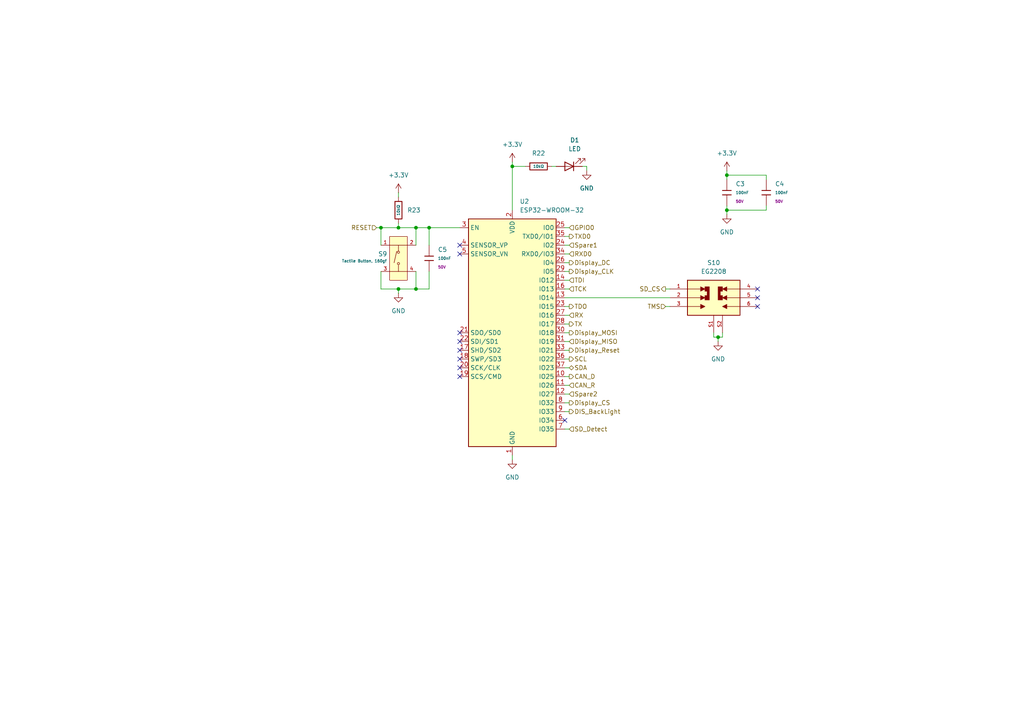
<source format=kicad_sch>
(kicad_sch
	(version 20250114)
	(generator "eeschema")
	(generator_version "9.0")
	(uuid "20b36420-ff54-4d3f-9d86-ee06e7cca49d")
	(paper "A4")
	(title_block
		(title "ESP32 Microcontroller")
		(date "2025-11-01")
		(rev "0")
		(company "Solar Energy Racers")
	)
	(lib_symbols
		(symbol "Device:LED"
			(pin_numbers
				(hide yes)
			)
			(pin_names
				(offset 1.016)
				(hide yes)
			)
			(exclude_from_sim no)
			(in_bom yes)
			(on_board yes)
			(property "Reference" "D"
				(at 0 2.54 0)
				(effects
					(font
						(size 1.27 1.27)
					)
				)
			)
			(property "Value" "LED"
				(at 0 -2.54 0)
				(effects
					(font
						(size 1.27 1.27)
					)
				)
			)
			(property "Footprint" ""
				(at 0 0 0)
				(effects
					(font
						(size 1.27 1.27)
					)
					(hide yes)
				)
			)
			(property "Datasheet" "~"
				(at 0 0 0)
				(effects
					(font
						(size 1.27 1.27)
					)
					(hide yes)
				)
			)
			(property "Description" "Light emitting diode"
				(at 0 0 0)
				(effects
					(font
						(size 1.27 1.27)
					)
					(hide yes)
				)
			)
			(property "Sim.Pins" "1=K 2=A"
				(at 0 0 0)
				(effects
					(font
						(size 1.27 1.27)
					)
					(hide yes)
				)
			)
			(property "ki_keywords" "LED diode"
				(at 0 0 0)
				(effects
					(font
						(size 1.27 1.27)
					)
					(hide yes)
				)
			)
			(property "ki_fp_filters" "LED* LED_SMD:* LED_THT:*"
				(at 0 0 0)
				(effects
					(font
						(size 1.27 1.27)
					)
					(hide yes)
				)
			)
			(symbol "LED_0_1"
				(polyline
					(pts
						(xy -3.048 -0.762) (xy -4.572 -2.286) (xy -3.81 -2.286) (xy -4.572 -2.286) (xy -4.572 -1.524)
					)
					(stroke
						(width 0)
						(type default)
					)
					(fill
						(type none)
					)
				)
				(polyline
					(pts
						(xy -1.778 -0.762) (xy -3.302 -2.286) (xy -2.54 -2.286) (xy -3.302 -2.286) (xy -3.302 -1.524)
					)
					(stroke
						(width 0)
						(type default)
					)
					(fill
						(type none)
					)
				)
				(polyline
					(pts
						(xy -1.27 0) (xy 1.27 0)
					)
					(stroke
						(width 0)
						(type default)
					)
					(fill
						(type none)
					)
				)
				(polyline
					(pts
						(xy -1.27 -1.27) (xy -1.27 1.27)
					)
					(stroke
						(width 0.254)
						(type default)
					)
					(fill
						(type none)
					)
				)
				(polyline
					(pts
						(xy 1.27 -1.27) (xy 1.27 1.27) (xy -1.27 0) (xy 1.27 -1.27)
					)
					(stroke
						(width 0.254)
						(type default)
					)
					(fill
						(type none)
					)
				)
			)
			(symbol "LED_1_1"
				(pin passive line
					(at -3.81 0 0)
					(length 2.54)
					(name "K"
						(effects
							(font
								(size 1.27 1.27)
							)
						)
					)
					(number "1"
						(effects
							(font
								(size 1.27 1.27)
							)
						)
					)
				)
				(pin passive line
					(at 3.81 0 180)
					(length 2.54)
					(name "A"
						(effects
							(font
								(size 1.27 1.27)
							)
						)
					)
					(number "2"
						(effects
							(font
								(size 1.27 1.27)
							)
						)
					)
				)
			)
			(embedded_fonts no)
		)
		(symbol "Imported_Symbols:EG2208"
			(pin_names
				(offset 1.016)
			)
			(exclude_from_sim no)
			(in_bom yes)
			(on_board yes)
			(property "Reference" "S"
				(at -7.62 6.35 0)
				(effects
					(font
						(size 1.27 1.27)
					)
					(justify left bottom)
				)
			)
			(property "Value" "EG2208"
				(at -9.144 -7.366 0)
				(effects
					(font
						(size 1.27 1.27)
					)
					(justify left bottom)
				)
			)
			(property "Footprint" "Imported_Footprints:SW_EG2208"
				(at 0 0 0)
				(effects
					(font
						(size 1.27 1.27)
					)
					(justify bottom)
					(hide yes)
				)
			)
			(property "Datasheet" ""
				(at 0 0 0)
				(effects
					(font
						(size 1.27 1.27)
					)
					(hide yes)
				)
			)
			(property "Description" ""
				(at 0 0 0)
				(effects
					(font
						(size 1.27 1.27)
					)
					(hide yes)
				)
			)
			(property "PARTREV" "C"
				(at 0 0 0)
				(effects
					(font
						(size 1.27 1.27)
					)
					(justify bottom)
					(hide yes)
				)
			)
			(property "MANUFACTURER" "E-Switch"
				(at 0 0 0)
				(effects
					(font
						(size 1.27 1.27)
					)
					(justify bottom)
					(hide yes)
				)
			)
			(property "MAXIMUM_PACKAGE_HEIGHT" "5.0 mm"
				(at 0 0 0)
				(effects
					(font
						(size 1.27 1.27)
					)
					(justify bottom)
					(hide yes)
				)
			)
			(property "STANDARD" "Manufacturer Recommendations"
				(at 0 0 0)
				(effects
					(font
						(size 1.27 1.27)
					)
					(justify bottom)
					(hide yes)
				)
			)
			(symbol "EG2208_0_0"
				(rectangle
					(start -7.62 5.08)
					(end 7.62 -5.08)
					(stroke
						(width 0.254)
						(type default)
					)
					(fill
						(type background)
					)
				)
				(polyline
					(pts
						(xy -7.62 2.54) (xy -3.81 2.54)
					)
					(stroke
						(width 0.1524)
						(type default)
					)
					(fill
						(type none)
					)
				)
				(polyline
					(pts
						(xy -7.62 0) (xy -3.81 0)
					)
					(stroke
						(width 0.1524)
						(type default)
					)
					(fill
						(type none)
					)
				)
				(polyline
					(pts
						(xy -7.62 -2.54) (xy -3.81 -2.54)
					)
					(stroke
						(width 0.1524)
						(type default)
					)
					(fill
						(type none)
					)
				)
				(polyline
					(pts
						(xy -3.81 3.175) (xy -3.81 1.905) (xy -2.54 2.54) (xy -3.81 3.175)
					)
					(stroke
						(width 0.1524)
						(type default)
					)
					(fill
						(type outline)
					)
				)
				(polyline
					(pts
						(xy -3.81 0.635) (xy -3.81 -0.635) (xy -2.54 0) (xy -3.81 0.635)
					)
					(stroke
						(width 0.1524)
						(type default)
					)
					(fill
						(type outline)
					)
				)
				(polyline
					(pts
						(xy -3.81 -1.905) (xy -3.81 -3.175) (xy -2.54 -2.54) (xy -3.81 -1.905)
					)
					(stroke
						(width 0.1524)
						(type default)
					)
					(fill
						(type outline)
					)
				)
				(polyline
					(pts
						(xy -2.54 1.905) (xy -2.54 3.175) (xy -1.27 3.175) (xy -1.27 -0.635) (xy -2.54 -0.635) (xy -2.54 0.635)
						(xy -1.905 0.635) (xy -1.905 1.905) (xy -2.54 1.905)
					)
					(stroke
						(width 0.1524)
						(type default)
					)
					(fill
						(type outline)
					)
				)
				(polyline
					(pts
						(xy 2.54 0.635) (xy 2.54 -0.635) (xy 1.27 -0.635) (xy 1.27 3.175) (xy 2.54 3.175) (xy 2.54 1.905)
						(xy 1.905 1.905) (xy 1.905 0.635) (xy 2.54 0.635)
					)
					(stroke
						(width 0.1524)
						(type default)
					)
					(fill
						(type outline)
					)
				)
				(polyline
					(pts
						(xy 3.81 1.905) (xy 3.81 3.175) (xy 2.54 2.54) (xy 3.81 1.905)
					)
					(stroke
						(width 0.1524)
						(type default)
					)
					(fill
						(type outline)
					)
				)
				(polyline
					(pts
						(xy 3.81 -0.635) (xy 3.81 0.635) (xy 2.54 0) (xy 3.81 -0.635)
					)
					(stroke
						(width 0.1524)
						(type default)
					)
					(fill
						(type outline)
					)
				)
				(polyline
					(pts
						(xy 3.81 -3.175) (xy 3.81 -1.905) (xy 2.54 -2.54) (xy 3.81 -3.175)
					)
					(stroke
						(width 0.1524)
						(type default)
					)
					(fill
						(type outline)
					)
				)
				(polyline
					(pts
						(xy 7.62 2.54) (xy 3.81 2.54)
					)
					(stroke
						(width 0.1524)
						(type default)
					)
					(fill
						(type none)
					)
				)
				(polyline
					(pts
						(xy 7.62 0) (xy 3.81 0)
					)
					(stroke
						(width 0.1524)
						(type default)
					)
					(fill
						(type none)
					)
				)
				(polyline
					(pts
						(xy 7.62 -2.54) (xy 3.81 -2.54)
					)
					(stroke
						(width 0.1524)
						(type default)
					)
					(fill
						(type none)
					)
				)
				(pin passive line
					(at -12.7 2.54 0)
					(length 5.08)
					(name "~"
						(effects
							(font
								(size 1.016 1.016)
							)
						)
					)
					(number "1"
						(effects
							(font
								(size 1.016 1.016)
							)
						)
					)
				)
				(pin passive line
					(at -12.7 0 0)
					(length 5.08)
					(name "~"
						(effects
							(font
								(size 1.016 1.016)
							)
						)
					)
					(number "2"
						(effects
							(font
								(size 1.016 1.016)
							)
						)
					)
				)
				(pin passive line
					(at -12.7 -2.54 0)
					(length 5.08)
					(name "~"
						(effects
							(font
								(size 1.016 1.016)
							)
						)
					)
					(number "3"
						(effects
							(font
								(size 1.016 1.016)
							)
						)
					)
				)
				(pin passive line
					(at 12.7 2.54 180)
					(length 5.08)
					(name "~"
						(effects
							(font
								(size 1.016 1.016)
							)
						)
					)
					(number "4"
						(effects
							(font
								(size 1.016 1.016)
							)
						)
					)
				)
				(pin passive line
					(at 12.7 0 180)
					(length 5.08)
					(name "~"
						(effects
							(font
								(size 1.016 1.016)
							)
						)
					)
					(number "5"
						(effects
							(font
								(size 1.016 1.016)
							)
						)
					)
				)
				(pin passive line
					(at 12.7 -2.54 180)
					(length 5.08)
					(name "~"
						(effects
							(font
								(size 1.016 1.016)
							)
						)
					)
					(number "6"
						(effects
							(font
								(size 1.016 1.016)
							)
						)
					)
				)
			)
			(symbol "EG2208_1_0"
				(pin passive line
					(at 0 -10.16 90)
					(length 5.08)
					(name "~"
						(effects
							(font
								(size 1.016 1.016)
							)
						)
					)
					(number "S1"
						(effects
							(font
								(size 1.016 1.016)
							)
						)
					)
				)
				(pin passive line
					(at 2.54 -10.16 90)
					(length 5.08)
					(name "~"
						(effects
							(font
								(size 1.016 1.016)
							)
						)
					)
					(number "S2"
						(effects
							(font
								(size 1.016 1.016)
							)
						)
					)
				)
			)
			(embedded_fonts no)
		)
		(symbol "PCM_JLCPCB-Capacitors:0603,100nF"
			(pin_numbers
				(hide yes)
			)
			(pin_names
				(offset 0)
			)
			(exclude_from_sim no)
			(in_bom yes)
			(on_board yes)
			(property "Reference" "C"
				(at 2.032 1.668 0)
				(effects
					(font
						(size 1.27 1.27)
					)
					(justify left)
				)
			)
			(property "Value" "100nF"
				(at 2.032 -0.3782 0)
				(effects
					(font
						(size 0.8 0.8)
					)
					(justify left)
				)
			)
			(property "Footprint" "PCM_JLCPCB:C_0603"
				(at -1.778 0 90)
				(effects
					(font
						(size 1.27 1.27)
					)
					(hide yes)
				)
			)
			(property "Datasheet" "https://www.lcsc.com/datasheet/lcsc_datasheet_2211101700_YAGEO-CC0603KRX7R9BB104_C14663.pdf"
				(at 0 0 0)
				(effects
					(font
						(size 1.27 1.27)
					)
					(hide yes)
				)
			)
			(property "Description" "50V 100nF X7R ±10% 0603 Multilayer Ceramic Capacitors MLCC - SMD/SMT ROHS"
				(at 0 0 0)
				(effects
					(font
						(size 1.27 1.27)
					)
					(hide yes)
				)
			)
			(property "LCSC" "C14663"
				(at 0 0 0)
				(effects
					(font
						(size 1.27 1.27)
					)
					(hide yes)
				)
			)
			(property "Stock" "70324515"
				(at 0 0 0)
				(effects
					(font
						(size 1.27 1.27)
					)
					(hide yes)
				)
			)
			(property "Price" "0.006USD"
				(at 0 0 0)
				(effects
					(font
						(size 1.27 1.27)
					)
					(hide yes)
				)
			)
			(property "Process" "SMT"
				(at 0 0 0)
				(effects
					(font
						(size 1.27 1.27)
					)
					(hide yes)
				)
			)
			(property "Minimum Qty" "20"
				(at 0 0 0)
				(effects
					(font
						(size 1.27 1.27)
					)
					(hide yes)
				)
			)
			(property "Attrition Qty" "10"
				(at 0 0 0)
				(effects
					(font
						(size 1.27 1.27)
					)
					(hide yes)
				)
			)
			(property "Class" "Basic Component"
				(at 0 0 0)
				(effects
					(font
						(size 1.27 1.27)
					)
					(hide yes)
				)
			)
			(property "Category" "Capacitors,Multilayer Ceramic Capacitors MLCC - SMD/SMT"
				(at 0 0 0)
				(effects
					(font
						(size 1.27 1.27)
					)
					(hide yes)
				)
			)
			(property "Manufacturer" "YAGEO"
				(at 0 0 0)
				(effects
					(font
						(size 1.27 1.27)
					)
					(hide yes)
				)
			)
			(property "Part" "CC0603KRX7R9BB104"
				(at 0 0 0)
				(effects
					(font
						(size 1.27 1.27)
					)
					(hide yes)
				)
			)
			(property "Voltage Rated" "50V"
				(at 2.032 -2.0462 0)
				(effects
					(font
						(size 0.8 0.8)
					)
					(justify left)
				)
			)
			(property "Tolerance" "±10%"
				(at 0 0 0)
				(effects
					(font
						(size 1.27 1.27)
					)
					(hide yes)
				)
			)
			(property "Capacitance" "100nF"
				(at 0 0 0)
				(effects
					(font
						(size 1.27 1.27)
					)
					(hide yes)
				)
			)
			(property "Temperature Coefficient" "X7R"
				(at 0 0 0)
				(effects
					(font
						(size 1.27 1.27)
					)
					(hide yes)
				)
			)
			(property "ki_fp_filters" "C_*"
				(at 0 0 0)
				(effects
					(font
						(size 1.27 1.27)
					)
					(hide yes)
				)
			)
			(symbol "0603,100nF_0_1"
				(polyline
					(pts
						(xy -1.27 0.635) (xy 1.27 0.635)
					)
					(stroke
						(width 0.254)
						(type default)
					)
					(fill
						(type none)
					)
				)
				(polyline
					(pts
						(xy -1.27 -0.635) (xy 1.27 -0.635)
					)
					(stroke
						(width 0.254)
						(type default)
					)
					(fill
						(type none)
					)
				)
			)
			(symbol "0603,100nF_1_1"
				(pin passive line
					(at 0 3.81 270)
					(length 3.175)
					(name "~"
						(effects
							(font
								(size 1.27 1.27)
							)
						)
					)
					(number "1"
						(effects
							(font
								(size 1.27 1.27)
							)
						)
					)
				)
				(pin passive line
					(at 0 -3.81 90)
					(length 3.175)
					(name "~"
						(effects
							(font
								(size 1.27 1.27)
							)
						)
					)
					(number "2"
						(effects
							(font
								(size 1.27 1.27)
							)
						)
					)
				)
			)
			(embedded_fonts no)
		)
		(symbol "PCM_JLCPCB-Connectors_Buttons:Tactile Button, 160gf, 12V, 50mA, 5.1mm"
			(pin_names
				(hide yes)
			)
			(exclude_from_sim no)
			(in_bom yes)
			(on_board yes)
			(property "Reference" "S"
				(at 0 1.27 0)
				(effects
					(font
						(size 1.27 1.27)
					)
				)
			)
			(property "Value" "Tactile Button, 160gf"
				(at 0 -8.89 0)
				(effects
					(font
						(size 0.8 0.8)
					)
				)
			)
			(property "Footprint" "PCM_JLCPCB:SW-SMD_4P-L5.1-W5.1-P3.70-LS6.5-TL-2"
				(at 0 -10.16 0)
				(effects
					(font
						(size 1.27 1.27)
						(italic yes)
					)
					(hide yes)
				)
			)
			(property "Datasheet" "https://www.lcsc.com/datasheet/lcsc_datasheet_2304140030_XKB-Connection-TS-1187A-B-A-B_C318884.pdf"
				(at -2.286 0.127 0)
				(effects
					(font
						(size 1.27 1.27)
					)
					(justify left)
					(hide yes)
				)
			)
			(property "Description" "None Without 50mA 5.1mm 100000 Times 160gf 12V 5.1mm 1.5mm Round Button Standing paste SPST SMD Tactile Switches ROHS"
				(at 0 0 0)
				(effects
					(font
						(size 1.27 1.27)
					)
					(hide yes)
				)
			)
			(property "LCSC" "C318884"
				(at 0 0 0)
				(effects
					(font
						(size 1.27 1.27)
					)
					(hide yes)
				)
			)
			(property "Stock" "472664"
				(at 0 0 0)
				(effects
					(font
						(size 1.27 1.27)
					)
					(hide yes)
				)
			)
			(property "Price" "0.025USD"
				(at 0 0 0)
				(effects
					(font
						(size 1.27 1.27)
					)
					(hide yes)
				)
			)
			(property "Process" "SMT"
				(at 0 0 0)
				(effects
					(font
						(size 1.27 1.27)
					)
					(hide yes)
				)
			)
			(property "Minimum Qty" "10"
				(at 0 0 0)
				(effects
					(font
						(size 1.27 1.27)
					)
					(hide yes)
				)
			)
			(property "Attrition Qty" "5"
				(at 0 0 0)
				(effects
					(font
						(size 1.27 1.27)
					)
					(hide yes)
				)
			)
			(property "Class" "Basic Component"
				(at 0 0 0)
				(effects
					(font
						(size 1.27 1.27)
					)
					(hide yes)
				)
			)
			(property "Category" "Switches,Tactile Switches"
				(at 0 0 0)
				(effects
					(font
						(size 1.27 1.27)
					)
					(hide yes)
				)
			)
			(property "Manufacturer" "XKB Connectivity"
				(at 0 0 0)
				(effects
					(font
						(size 1.27 1.27)
					)
					(hide yes)
				)
			)
			(property "Part" "TS-1187A-B-A-B"
				(at 0 0 0)
				(effects
					(font
						(size 1.27 1.27)
					)
					(hide yes)
				)
			)
			(property "Switch Length" "5.1mm"
				(at 0 0 0)
				(effects
					(font
						(size 1.27 1.27)
					)
					(hide yes)
				)
			)
			(property "Voltage Rating (Dc)" "12V"
				(at 0 0 0)
				(effects
					(font
						(size 1.27 1.27)
					)
					(hide yes)
				)
			)
			(property "With Lamp" "No"
				(at 0 0 0)
				(effects
					(font
						(size 1.27 1.27)
					)
					(hide yes)
				)
			)
			(property "Operating Force" "160gf"
				(at 0 0 0)
				(effects
					(font
						(size 1.27 1.27)
					)
					(hide yes)
				)
			)
			(property "Actuator/Cap Color" "Golden"
				(at 0 0 0)
				(effects
					(font
						(size 1.27 1.27)
					)
					(hide yes)
				)
			)
			(property "Mechanical Life" "100000 Times"
				(at 0 0 0)
				(effects
					(font
						(size 1.27 1.27)
					)
					(hide yes)
				)
			)
			(property "Strike Gundam" "NO"
				(at 0 0 0)
				(effects
					(font
						(size 1.27 1.27)
					)
					(hide yes)
				)
			)
			(property "Circuit" "SPST"
				(at 0 0 0)
				(effects
					(font
						(size 1.27 1.27)
					)
					(hide yes)
				)
			)
			(property "Switch Height" "1.5mm"
				(at 0 0 0)
				(effects
					(font
						(size 1.27 1.27)
					)
					(hide yes)
				)
			)
			(property "Actuator Style" "Round Button"
				(at 0 0 0)
				(effects
					(font
						(size 1.27 1.27)
					)
					(hide yes)
				)
			)
			(property "Switch Width" "5.1mm"
				(at 0 0 0)
				(effects
					(font
						(size 1.27 1.27)
					)
					(hide yes)
				)
			)
			(property "Contact Current" "50mA"
				(at 0 0 0)
				(effects
					(font
						(size 1.27 1.27)
					)
					(hide yes)
				)
			)
			(property "Operating Temperature" "-30°C~+85°C"
				(at 0 0 0)
				(effects
					(font
						(size 1.27 1.27)
					)
					(hide yes)
				)
			)
			(property "Mounting Style" "Brick nogging"
				(at 0 0 0)
				(effects
					(font
						(size 1.27 1.27)
					)
					(hide yes)
				)
			)
			(property "ki_keywords" "C318884"
				(at 0 0 0)
				(effects
					(font
						(size 1.27 1.27)
					)
					(hide yes)
				)
			)
			(symbol "Tactile Button, 160gf, 12V, 50mA, 5.1mm_0_1"
				(polyline
					(pts
						(xy -2.54 2.54) (xy 2.54 2.54)
					)
					(stroke
						(width 0)
						(type default)
					)
					(fill
						(type none)
					)
				)
				(polyline
					(pts
						(xy -2.54 -5.08) (xy 2.54 -5.08)
					)
					(stroke
						(width 0)
						(type default)
					)
					(fill
						(type none)
					)
				)
				(polyline
					(pts
						(xy -0.508 0.762) (xy -1.27 -2.54)
					)
					(stroke
						(width 0)
						(type default)
					)
					(fill
						(type none)
					)
				)
				(polyline
					(pts
						(xy 0 0.762) (xy 0 2.54)
					)
					(stroke
						(width 0)
						(type default)
					)
					(fill
						(type none)
					)
				)
				(circle
					(center 0 0.508)
					(radius 0.3175)
					(stroke
						(width 0)
						(type default)
					)
					(fill
						(type background)
					)
				)
				(circle
					(center 0 -2.794)
					(radius 0.3175)
					(stroke
						(width 0)
						(type default)
					)
					(fill
						(type background)
					)
				)
				(polyline
					(pts
						(xy 0 -3.302) (xy 0 -5.08)
					)
					(stroke
						(width 0)
						(type default)
					)
					(fill
						(type none)
					)
				)
				(pin unspecified line
					(at -5.08 2.54 0)
					(length 2.54)
					(name "A"
						(effects
							(font
								(size 1 1)
							)
						)
					)
					(number "1"
						(effects
							(font
								(size 1 1)
							)
						)
					)
				)
				(pin unspecified line
					(at -5.08 -5.08 0)
					(length 2.54)
					(name "C"
						(effects
							(font
								(size 1 1)
							)
						)
					)
					(number "3"
						(effects
							(font
								(size 1 1)
							)
						)
					)
				)
				(pin unspecified line
					(at 5.08 2.54 180)
					(length 2.54)
					(name "B"
						(effects
							(font
								(size 1 1)
							)
						)
					)
					(number "2"
						(effects
							(font
								(size 1 1)
							)
						)
					)
				)
				(pin unspecified line
					(at 5.08 -5.08 180)
					(length 2.54)
					(name "D"
						(effects
							(font
								(size 1 1)
							)
						)
					)
					(number "4"
						(effects
							(font
								(size 1 1)
							)
						)
					)
				)
			)
			(symbol "Tactile Button, 160gf, 12V, 50mA, 5.1mm_1_1"
				(rectangle
					(start -2.54 5.08)
					(end 2.54 -7.62)
					(stroke
						(width 0)
						(type default)
					)
					(fill
						(type background)
					)
				)
			)
			(embedded_fonts no)
		)
		(symbol "PCM_JLCPCB-Resistors:0603,10kΩ"
			(pin_numbers
				(hide yes)
			)
			(pin_names
				(offset 0)
			)
			(exclude_from_sim no)
			(in_bom yes)
			(on_board yes)
			(property "Reference" "R"
				(at 1.778 0 0)
				(effects
					(font
						(size 1.27 1.27)
					)
					(justify left)
				)
			)
			(property "Value" "10kΩ"
				(at 0 0 90)
				(do_not_autoplace)
				(effects
					(font
						(size 0.8 0.8)
					)
				)
			)
			(property "Footprint" "PCM_JLCPCB:R_0603"
				(at -1.778 0 90)
				(effects
					(font
						(size 1.27 1.27)
					)
					(hide yes)
				)
			)
			(property "Datasheet" "https://www.lcsc.com/datasheet/lcsc_datasheet_2206010045_UNI-ROYAL-Uniroyal-Elec-0603WAF1002T5E_C25804.pdf"
				(at 0 0 0)
				(effects
					(font
						(size 1.27 1.27)
					)
					(hide yes)
				)
			)
			(property "Description" "100mW Thick Film Resistors 75V ±100ppm/°C ±1% 10kΩ 0603 Chip Resistor - Surface Mount ROHS"
				(at 0 0 0)
				(effects
					(font
						(size 1.27 1.27)
					)
					(hide yes)
				)
			)
			(property "LCSC" "C25804"
				(at 0 0 0)
				(effects
					(font
						(size 1.27 1.27)
					)
					(hide yes)
				)
			)
			(property "Stock" "51181774"
				(at 0 0 0)
				(effects
					(font
						(size 1.27 1.27)
					)
					(hide yes)
				)
			)
			(property "Price" "0.004USD"
				(at 0 0 0)
				(effects
					(font
						(size 1.27 1.27)
					)
					(hide yes)
				)
			)
			(property "Process" "SMT"
				(at 0 0 0)
				(effects
					(font
						(size 1.27 1.27)
					)
					(hide yes)
				)
			)
			(property "Minimum Qty" "20"
				(at 0 0 0)
				(effects
					(font
						(size 1.27 1.27)
					)
					(hide yes)
				)
			)
			(property "Attrition Qty" "10"
				(at 0 0 0)
				(effects
					(font
						(size 1.27 1.27)
					)
					(hide yes)
				)
			)
			(property "Class" "Basic Component"
				(at 0 0 0)
				(effects
					(font
						(size 1.27 1.27)
					)
					(hide yes)
				)
			)
			(property "Category" "Resistors,Chip Resistor - Surface Mount"
				(at 0 0 0)
				(effects
					(font
						(size 1.27 1.27)
					)
					(hide yes)
				)
			)
			(property "Manufacturer" "UNI-ROYAL(Uniroyal Elec)"
				(at 0 0 0)
				(effects
					(font
						(size 1.27 1.27)
					)
					(hide yes)
				)
			)
			(property "Part" "0603WAF1002T5E"
				(at 0 0 0)
				(effects
					(font
						(size 1.27 1.27)
					)
					(hide yes)
				)
			)
			(property "Resistance" "10kΩ"
				(at 0 0 0)
				(effects
					(font
						(size 1.27 1.27)
					)
					(hide yes)
				)
			)
			(property "Power(Watts)" "100mW"
				(at 0 0 0)
				(effects
					(font
						(size 1.27 1.27)
					)
					(hide yes)
				)
			)
			(property "Type" "Thick Film Resistors"
				(at 0 0 0)
				(effects
					(font
						(size 1.27 1.27)
					)
					(hide yes)
				)
			)
			(property "Overload Voltage (Max)" "75V"
				(at 0 0 0)
				(effects
					(font
						(size 1.27 1.27)
					)
					(hide yes)
				)
			)
			(property "Operating Temperature Range" "-55°C~+155°C"
				(at 0 0 0)
				(effects
					(font
						(size 1.27 1.27)
					)
					(hide yes)
				)
			)
			(property "Tolerance" "±1%"
				(at 0 0 0)
				(effects
					(font
						(size 1.27 1.27)
					)
					(hide yes)
				)
			)
			(property "Temperature Coefficient" "±100ppm/°C"
				(at 0 0 0)
				(effects
					(font
						(size 1.27 1.27)
					)
					(hide yes)
				)
			)
			(property "ki_fp_filters" "R_*"
				(at 0 0 0)
				(effects
					(font
						(size 1.27 1.27)
					)
					(hide yes)
				)
			)
			(symbol "0603,10kΩ_0_1"
				(rectangle
					(start -1.016 2.54)
					(end 1.016 -2.54)
					(stroke
						(width 0.254)
						(type default)
					)
					(fill
						(type none)
					)
				)
			)
			(symbol "0603,10kΩ_1_1"
				(pin passive line
					(at 0 3.81 270)
					(length 1.27)
					(name "~"
						(effects
							(font
								(size 1.27 1.27)
							)
						)
					)
					(number "1"
						(effects
							(font
								(size 1.27 1.27)
							)
						)
					)
				)
				(pin passive line
					(at 0 -3.81 90)
					(length 1.27)
					(name "~"
						(effects
							(font
								(size 1.27 1.27)
							)
						)
					)
					(number "2"
						(effects
							(font
								(size 1.27 1.27)
							)
						)
					)
				)
			)
			(embedded_fonts no)
		)
		(symbol "RF_Module:ESP32-WROOM-32"
			(exclude_from_sim no)
			(in_bom yes)
			(on_board yes)
			(property "Reference" "U"
				(at -12.7 34.29 0)
				(effects
					(font
						(size 1.27 1.27)
					)
					(justify left)
				)
			)
			(property "Value" "ESP32-WROOM-32"
				(at 1.27 34.29 0)
				(effects
					(font
						(size 1.27 1.27)
					)
					(justify left)
				)
			)
			(property "Footprint" "RF_Module:ESP32-WROOM-32"
				(at 0 -38.1 0)
				(effects
					(font
						(size 1.27 1.27)
					)
					(hide yes)
				)
			)
			(property "Datasheet" "https://www.espressif.com/sites/default/files/documentation/esp32-wroom-32_datasheet_en.pdf"
				(at -7.62 1.27 0)
				(effects
					(font
						(size 1.27 1.27)
					)
					(hide yes)
				)
			)
			(property "Description" "RF Module, ESP32-D0WDQ6 SoC, Wi-Fi 802.11b/g/n, Bluetooth, BLE, 32-bit, 2.7-3.6V, onboard antenna, SMD"
				(at 0 0 0)
				(effects
					(font
						(size 1.27 1.27)
					)
					(hide yes)
				)
			)
			(property "ki_keywords" "RF Radio BT ESP ESP32 Espressif onboard PCB antenna"
				(at 0 0 0)
				(effects
					(font
						(size 1.27 1.27)
					)
					(hide yes)
				)
			)
			(property "ki_fp_filters" "ESP32?WROOM?32*"
				(at 0 0 0)
				(effects
					(font
						(size 1.27 1.27)
					)
					(hide yes)
				)
			)
			(symbol "ESP32-WROOM-32_0_1"
				(rectangle
					(start -12.7 33.02)
					(end 12.7 -33.02)
					(stroke
						(width 0.254)
						(type default)
					)
					(fill
						(type background)
					)
				)
			)
			(symbol "ESP32-WROOM-32_1_1"
				(pin input line
					(at -15.24 30.48 0)
					(length 2.54)
					(name "EN"
						(effects
							(font
								(size 1.27 1.27)
							)
						)
					)
					(number "3"
						(effects
							(font
								(size 1.27 1.27)
							)
						)
					)
				)
				(pin input line
					(at -15.24 25.4 0)
					(length 2.54)
					(name "SENSOR_VP"
						(effects
							(font
								(size 1.27 1.27)
							)
						)
					)
					(number "4"
						(effects
							(font
								(size 1.27 1.27)
							)
						)
					)
				)
				(pin input line
					(at -15.24 22.86 0)
					(length 2.54)
					(name "SENSOR_VN"
						(effects
							(font
								(size 1.27 1.27)
							)
						)
					)
					(number "5"
						(effects
							(font
								(size 1.27 1.27)
							)
						)
					)
				)
				(pin bidirectional line
					(at -15.24 0 0)
					(length 2.54)
					(name "SDO/SD0"
						(effects
							(font
								(size 1.27 1.27)
							)
						)
					)
					(number "21"
						(effects
							(font
								(size 1.27 1.27)
							)
						)
					)
				)
				(pin bidirectional line
					(at -15.24 -2.54 0)
					(length 2.54)
					(name "SDI/SD1"
						(effects
							(font
								(size 1.27 1.27)
							)
						)
					)
					(number "22"
						(effects
							(font
								(size 1.27 1.27)
							)
						)
					)
				)
				(pin bidirectional line
					(at -15.24 -5.08 0)
					(length 2.54)
					(name "SHD/SD2"
						(effects
							(font
								(size 1.27 1.27)
							)
						)
					)
					(number "17"
						(effects
							(font
								(size 1.27 1.27)
							)
						)
					)
				)
				(pin bidirectional line
					(at -15.24 -7.62 0)
					(length 2.54)
					(name "SWP/SD3"
						(effects
							(font
								(size 1.27 1.27)
							)
						)
					)
					(number "18"
						(effects
							(font
								(size 1.27 1.27)
							)
						)
					)
				)
				(pin bidirectional line
					(at -15.24 -10.16 0)
					(length 2.54)
					(name "SCK/CLK"
						(effects
							(font
								(size 1.27 1.27)
							)
						)
					)
					(number "20"
						(effects
							(font
								(size 1.27 1.27)
							)
						)
					)
				)
				(pin bidirectional line
					(at -15.24 -12.7 0)
					(length 2.54)
					(name "SCS/CMD"
						(effects
							(font
								(size 1.27 1.27)
							)
						)
					)
					(number "19"
						(effects
							(font
								(size 1.27 1.27)
							)
						)
					)
				)
				(pin no_connect line
					(at -12.7 -27.94 0)
					(length 2.54)
					(hide yes)
					(name "NC"
						(effects
							(font
								(size 1.27 1.27)
							)
						)
					)
					(number "32"
						(effects
							(font
								(size 1.27 1.27)
							)
						)
					)
				)
				(pin power_in line
					(at 0 35.56 270)
					(length 2.54)
					(name "VDD"
						(effects
							(font
								(size 1.27 1.27)
							)
						)
					)
					(number "2"
						(effects
							(font
								(size 1.27 1.27)
							)
						)
					)
				)
				(pin power_in line
					(at 0 -35.56 90)
					(length 2.54)
					(name "GND"
						(effects
							(font
								(size 1.27 1.27)
							)
						)
					)
					(number "1"
						(effects
							(font
								(size 1.27 1.27)
							)
						)
					)
				)
				(pin passive line
					(at 0 -35.56 90)
					(length 2.54)
					(hide yes)
					(name "GND"
						(effects
							(font
								(size 1.27 1.27)
							)
						)
					)
					(number "15"
						(effects
							(font
								(size 1.27 1.27)
							)
						)
					)
				)
				(pin passive line
					(at 0 -35.56 90)
					(length 2.54)
					(hide yes)
					(name "GND"
						(effects
							(font
								(size 1.27 1.27)
							)
						)
					)
					(number "38"
						(effects
							(font
								(size 1.27 1.27)
							)
						)
					)
				)
				(pin passive line
					(at 0 -35.56 90)
					(length 2.54)
					(hide yes)
					(name "GND"
						(effects
							(font
								(size 1.27 1.27)
							)
						)
					)
					(number "39"
						(effects
							(font
								(size 1.27 1.27)
							)
						)
					)
				)
				(pin bidirectional line
					(at 15.24 30.48 180)
					(length 2.54)
					(name "IO0"
						(effects
							(font
								(size 1.27 1.27)
							)
						)
					)
					(number "25"
						(effects
							(font
								(size 1.27 1.27)
							)
						)
					)
				)
				(pin bidirectional line
					(at 15.24 27.94 180)
					(length 2.54)
					(name "TXD0/IO1"
						(effects
							(font
								(size 1.27 1.27)
							)
						)
					)
					(number "35"
						(effects
							(font
								(size 1.27 1.27)
							)
						)
					)
				)
				(pin bidirectional line
					(at 15.24 25.4 180)
					(length 2.54)
					(name "IO2"
						(effects
							(font
								(size 1.27 1.27)
							)
						)
					)
					(number "24"
						(effects
							(font
								(size 1.27 1.27)
							)
						)
					)
				)
				(pin bidirectional line
					(at 15.24 22.86 180)
					(length 2.54)
					(name "RXD0/IO3"
						(effects
							(font
								(size 1.27 1.27)
							)
						)
					)
					(number "34"
						(effects
							(font
								(size 1.27 1.27)
							)
						)
					)
				)
				(pin bidirectional line
					(at 15.24 20.32 180)
					(length 2.54)
					(name "IO4"
						(effects
							(font
								(size 1.27 1.27)
							)
						)
					)
					(number "26"
						(effects
							(font
								(size 1.27 1.27)
							)
						)
					)
				)
				(pin bidirectional line
					(at 15.24 17.78 180)
					(length 2.54)
					(name "IO5"
						(effects
							(font
								(size 1.27 1.27)
							)
						)
					)
					(number "29"
						(effects
							(font
								(size 1.27 1.27)
							)
						)
					)
				)
				(pin bidirectional line
					(at 15.24 15.24 180)
					(length 2.54)
					(name "IO12"
						(effects
							(font
								(size 1.27 1.27)
							)
						)
					)
					(number "14"
						(effects
							(font
								(size 1.27 1.27)
							)
						)
					)
				)
				(pin bidirectional line
					(at 15.24 12.7 180)
					(length 2.54)
					(name "IO13"
						(effects
							(font
								(size 1.27 1.27)
							)
						)
					)
					(number "16"
						(effects
							(font
								(size 1.27 1.27)
							)
						)
					)
				)
				(pin bidirectional line
					(at 15.24 10.16 180)
					(length 2.54)
					(name "IO14"
						(effects
							(font
								(size 1.27 1.27)
							)
						)
					)
					(number "13"
						(effects
							(font
								(size 1.27 1.27)
							)
						)
					)
				)
				(pin bidirectional line
					(at 15.24 7.62 180)
					(length 2.54)
					(name "IO15"
						(effects
							(font
								(size 1.27 1.27)
							)
						)
					)
					(number "23"
						(effects
							(font
								(size 1.27 1.27)
							)
						)
					)
				)
				(pin bidirectional line
					(at 15.24 5.08 180)
					(length 2.54)
					(name "IO16"
						(effects
							(font
								(size 1.27 1.27)
							)
						)
					)
					(number "27"
						(effects
							(font
								(size 1.27 1.27)
							)
						)
					)
				)
				(pin bidirectional line
					(at 15.24 2.54 180)
					(length 2.54)
					(name "IO17"
						(effects
							(font
								(size 1.27 1.27)
							)
						)
					)
					(number "28"
						(effects
							(font
								(size 1.27 1.27)
							)
						)
					)
				)
				(pin bidirectional line
					(at 15.24 0 180)
					(length 2.54)
					(name "IO18"
						(effects
							(font
								(size 1.27 1.27)
							)
						)
					)
					(number "30"
						(effects
							(font
								(size 1.27 1.27)
							)
						)
					)
				)
				(pin bidirectional line
					(at 15.24 -2.54 180)
					(length 2.54)
					(name "IO19"
						(effects
							(font
								(size 1.27 1.27)
							)
						)
					)
					(number "31"
						(effects
							(font
								(size 1.27 1.27)
							)
						)
					)
				)
				(pin bidirectional line
					(at 15.24 -5.08 180)
					(length 2.54)
					(name "IO21"
						(effects
							(font
								(size 1.27 1.27)
							)
						)
					)
					(number "33"
						(effects
							(font
								(size 1.27 1.27)
							)
						)
					)
				)
				(pin bidirectional line
					(at 15.24 -7.62 180)
					(length 2.54)
					(name "IO22"
						(effects
							(font
								(size 1.27 1.27)
							)
						)
					)
					(number "36"
						(effects
							(font
								(size 1.27 1.27)
							)
						)
					)
				)
				(pin bidirectional line
					(at 15.24 -10.16 180)
					(length 2.54)
					(name "IO23"
						(effects
							(font
								(size 1.27 1.27)
							)
						)
					)
					(number "37"
						(effects
							(font
								(size 1.27 1.27)
							)
						)
					)
				)
				(pin bidirectional line
					(at 15.24 -12.7 180)
					(length 2.54)
					(name "IO25"
						(effects
							(font
								(size 1.27 1.27)
							)
						)
					)
					(number "10"
						(effects
							(font
								(size 1.27 1.27)
							)
						)
					)
				)
				(pin bidirectional line
					(at 15.24 -15.24 180)
					(length 2.54)
					(name "IO26"
						(effects
							(font
								(size 1.27 1.27)
							)
						)
					)
					(number "11"
						(effects
							(font
								(size 1.27 1.27)
							)
						)
					)
				)
				(pin bidirectional line
					(at 15.24 -17.78 180)
					(length 2.54)
					(name "IO27"
						(effects
							(font
								(size 1.27 1.27)
							)
						)
					)
					(number "12"
						(effects
							(font
								(size 1.27 1.27)
							)
						)
					)
				)
				(pin bidirectional line
					(at 15.24 -20.32 180)
					(length 2.54)
					(name "IO32"
						(effects
							(font
								(size 1.27 1.27)
							)
						)
					)
					(number "8"
						(effects
							(font
								(size 1.27 1.27)
							)
						)
					)
				)
				(pin bidirectional line
					(at 15.24 -22.86 180)
					(length 2.54)
					(name "IO33"
						(effects
							(font
								(size 1.27 1.27)
							)
						)
					)
					(number "9"
						(effects
							(font
								(size 1.27 1.27)
							)
						)
					)
				)
				(pin input line
					(at 15.24 -25.4 180)
					(length 2.54)
					(name "IO34"
						(effects
							(font
								(size 1.27 1.27)
							)
						)
					)
					(number "6"
						(effects
							(font
								(size 1.27 1.27)
							)
						)
					)
				)
				(pin input line
					(at 15.24 -27.94 180)
					(length 2.54)
					(name "IO35"
						(effects
							(font
								(size 1.27 1.27)
							)
						)
					)
					(number "7"
						(effects
							(font
								(size 1.27 1.27)
							)
						)
					)
				)
			)
			(embedded_fonts no)
		)
		(symbol "power:+3.3V"
			(power)
			(pin_numbers
				(hide yes)
			)
			(pin_names
				(offset 0)
				(hide yes)
			)
			(exclude_from_sim no)
			(in_bom yes)
			(on_board yes)
			(property "Reference" "#PWR"
				(at 0 -3.81 0)
				(effects
					(font
						(size 1.27 1.27)
					)
					(hide yes)
				)
			)
			(property "Value" "+3.3V"
				(at 0 3.556 0)
				(effects
					(font
						(size 1.27 1.27)
					)
				)
			)
			(property "Footprint" ""
				(at 0 0 0)
				(effects
					(font
						(size 1.27 1.27)
					)
					(hide yes)
				)
			)
			(property "Datasheet" ""
				(at 0 0 0)
				(effects
					(font
						(size 1.27 1.27)
					)
					(hide yes)
				)
			)
			(property "Description" "Power symbol creates a global label with name \"+3.3V\""
				(at 0 0 0)
				(effects
					(font
						(size 1.27 1.27)
					)
					(hide yes)
				)
			)
			(property "ki_keywords" "global power"
				(at 0 0 0)
				(effects
					(font
						(size 1.27 1.27)
					)
					(hide yes)
				)
			)
			(symbol "+3.3V_0_1"
				(polyline
					(pts
						(xy -0.762 1.27) (xy 0 2.54)
					)
					(stroke
						(width 0)
						(type default)
					)
					(fill
						(type none)
					)
				)
				(polyline
					(pts
						(xy 0 2.54) (xy 0.762 1.27)
					)
					(stroke
						(width 0)
						(type default)
					)
					(fill
						(type none)
					)
				)
				(polyline
					(pts
						(xy 0 0) (xy 0 2.54)
					)
					(stroke
						(width 0)
						(type default)
					)
					(fill
						(type none)
					)
				)
			)
			(symbol "+3.3V_1_1"
				(pin power_in line
					(at 0 0 90)
					(length 0)
					(name "~"
						(effects
							(font
								(size 1.27 1.27)
							)
						)
					)
					(number "1"
						(effects
							(font
								(size 1.27 1.27)
							)
						)
					)
				)
			)
			(embedded_fonts no)
		)
		(symbol "power:GND"
			(power)
			(pin_numbers
				(hide yes)
			)
			(pin_names
				(offset 0)
				(hide yes)
			)
			(exclude_from_sim no)
			(in_bom yes)
			(on_board yes)
			(property "Reference" "#PWR"
				(at 0 -6.35 0)
				(effects
					(font
						(size 1.27 1.27)
					)
					(hide yes)
				)
			)
			(property "Value" "GND"
				(at 0 -3.81 0)
				(effects
					(font
						(size 1.27 1.27)
					)
				)
			)
			(property "Footprint" ""
				(at 0 0 0)
				(effects
					(font
						(size 1.27 1.27)
					)
					(hide yes)
				)
			)
			(property "Datasheet" ""
				(at 0 0 0)
				(effects
					(font
						(size 1.27 1.27)
					)
					(hide yes)
				)
			)
			(property "Description" "Power symbol creates a global label with name \"GND\" , ground"
				(at 0 0 0)
				(effects
					(font
						(size 1.27 1.27)
					)
					(hide yes)
				)
			)
			(property "ki_keywords" "global power"
				(at 0 0 0)
				(effects
					(font
						(size 1.27 1.27)
					)
					(hide yes)
				)
			)
			(symbol "GND_0_1"
				(polyline
					(pts
						(xy 0 0) (xy 0 -1.27) (xy 1.27 -1.27) (xy 0 -2.54) (xy -1.27 -1.27) (xy 0 -1.27)
					)
					(stroke
						(width 0)
						(type default)
					)
					(fill
						(type none)
					)
				)
			)
			(symbol "GND_1_1"
				(pin power_in line
					(at 0 0 270)
					(length 0)
					(name "~"
						(effects
							(font
								(size 1.27 1.27)
							)
						)
					)
					(number "1"
						(effects
							(font
								(size 1.27 1.27)
							)
						)
					)
				)
			)
			(embedded_fonts no)
		)
	)
	(junction
		(at 208.28 97.79)
		(diameter 0)
		(color 0 0 0 0)
		(uuid "0812e769-f362-45c0-9d83-7a44ebdc420b")
	)
	(junction
		(at 148.59 48.26)
		(diameter 0)
		(color 0 0 0 0)
		(uuid "3249464f-e474-4e57-8eef-36fb438f09c3")
	)
	(junction
		(at 210.82 60.96)
		(diameter 0)
		(color 0 0 0 0)
		(uuid "365e5fde-2571-4e33-b096-44dacfa27d4e")
	)
	(junction
		(at 110.49 66.04)
		(diameter 0)
		(color 0 0 0 0)
		(uuid "4b16eebc-1a20-4a41-9e08-a795d2b60b87")
	)
	(junction
		(at 115.57 83.82)
		(diameter 0)
		(color 0 0 0 0)
		(uuid "7c75ae30-2c1b-438e-8371-504282c36879")
	)
	(junction
		(at 210.82 50.8)
		(diameter 0)
		(color 0 0 0 0)
		(uuid "bc14a9db-2a4f-402d-afa9-ebc9b98dbcbe")
	)
	(junction
		(at 120.65 66.04)
		(diameter 0)
		(color 0 0 0 0)
		(uuid "c42b55e0-cbc6-4f14-be70-f5a4db8bd010")
	)
	(junction
		(at 115.57 66.04)
		(diameter 0)
		(color 0 0 0 0)
		(uuid "db62ea61-46e7-4987-857e-fd7f4bef742f")
	)
	(junction
		(at 120.65 83.82)
		(diameter 0)
		(color 0 0 0 0)
		(uuid "f20e21fe-fa10-4a26-95bb-b16be57f611f")
	)
	(junction
		(at 124.46 66.04)
		(diameter 0)
		(color 0 0 0 0)
		(uuid "f5c8091a-f477-4e88-9adf-6a6e548f44ca")
	)
	(no_connect
		(at 133.35 96.52)
		(uuid "05439e94-cf30-46be-a16a-c7f1051e1a35")
	)
	(no_connect
		(at 133.35 104.14)
		(uuid "549baa92-7949-4cae-8199-d5b1198d78f9")
	)
	(no_connect
		(at 219.71 86.36)
		(uuid "62d91977-5b37-40bf-9bad-d447767a9cff")
	)
	(no_connect
		(at 133.35 73.66)
		(uuid "87b5edae-af40-4981-9faa-2d38829d0f04")
	)
	(no_connect
		(at 219.71 88.9)
		(uuid "8c0f29ee-6025-446b-b19d-025a0b5bfec7")
	)
	(no_connect
		(at 133.35 109.22)
		(uuid "9641f529-ba6b-4e63-82f2-ea60c0776159")
	)
	(no_connect
		(at 133.35 106.68)
		(uuid "9c088adb-8443-4a0a-87cd-477d68b7351f")
	)
	(no_connect
		(at 133.35 99.06)
		(uuid "a4044419-f4f4-4f88-bb09-3f44821824a6")
	)
	(no_connect
		(at 133.35 71.12)
		(uuid "a626eca3-3d46-4666-897c-8e236e390dec")
	)
	(no_connect
		(at 133.35 101.6)
		(uuid "c80b0bcd-03a1-4ee2-94ad-427c90217651")
	)
	(no_connect
		(at 219.71 83.82)
		(uuid "dbc2db87-6515-4385-8b0b-cfdcd8861302")
	)
	(no_connect
		(at 163.83 121.92)
		(uuid "f2c6d030-67a2-4e10-8a8e-09cecc9609bd")
	)
	(wire
		(pts
			(xy 148.59 48.26) (xy 152.4 48.26)
		)
		(stroke
			(width 0)
			(type default)
		)
		(uuid "0087495a-2dd1-4a1b-8be7-74f7c416e517")
	)
	(wire
		(pts
			(xy 208.28 97.79) (xy 208.28 99.06)
		)
		(stroke
			(width 0)
			(type default)
		)
		(uuid "06a26729-e4d2-4756-abe8-df9db8dc53aa")
	)
	(wire
		(pts
			(xy 148.59 133.35) (xy 148.59 132.08)
		)
		(stroke
			(width 0)
			(type default)
		)
		(uuid "0b6b6a6e-03fb-430c-a88c-ba9595046b26")
	)
	(wire
		(pts
			(xy 163.83 73.66) (xy 165.1 73.66)
		)
		(stroke
			(width 0)
			(type default)
		)
		(uuid "0df71e6e-8c28-4689-8acc-ea1119cd41fd")
	)
	(wire
		(pts
			(xy 163.83 106.68) (xy 165.1 106.68)
		)
		(stroke
			(width 0)
			(type default)
		)
		(uuid "1108cdd5-7d64-4cff-8f1c-bc057813d1f4")
	)
	(wire
		(pts
			(xy 120.65 78.74) (xy 120.65 83.82)
		)
		(stroke
			(width 0)
			(type default)
		)
		(uuid "184e93ea-7117-43f5-b122-516462be5caa")
	)
	(wire
		(pts
			(xy 165.1 71.12) (xy 163.83 71.12)
		)
		(stroke
			(width 0)
			(type default)
		)
		(uuid "1e86d9c9-afd9-45a5-86ad-98cfd4f35a22")
	)
	(wire
		(pts
			(xy 163.83 66.04) (xy 165.1 66.04)
		)
		(stroke
			(width 0)
			(type default)
		)
		(uuid "1edfa544-28ee-4a22-b20a-fe5ddc69955e")
	)
	(wire
		(pts
			(xy 193.04 83.82) (xy 194.31 83.82)
		)
		(stroke
			(width 0)
			(type default)
		)
		(uuid "24658a04-f616-4d06-a84d-6bf43b97aaf1")
	)
	(wire
		(pts
			(xy 207.01 97.79) (xy 207.01 96.52)
		)
		(stroke
			(width 0)
			(type default)
		)
		(uuid "265fac4e-3eba-4f88-9987-57fa02e80c1f")
	)
	(wire
		(pts
			(xy 115.57 83.82) (xy 120.65 83.82)
		)
		(stroke
			(width 0)
			(type default)
		)
		(uuid "29d440b3-02df-48cf-adce-150e83e296b2")
	)
	(wire
		(pts
			(xy 163.83 68.58) (xy 165.1 68.58)
		)
		(stroke
			(width 0)
			(type default)
		)
		(uuid "2bcc63a8-adc8-4c83-927b-78c30bb42e16")
	)
	(wire
		(pts
			(xy 110.49 78.74) (xy 110.49 83.82)
		)
		(stroke
			(width 0)
			(type default)
		)
		(uuid "2d031116-350d-441a-9244-212c994abde4")
	)
	(wire
		(pts
			(xy 163.83 86.36) (xy 194.31 86.36)
		)
		(stroke
			(width 0)
			(type default)
		)
		(uuid "351f97a3-1b64-4ea3-baaf-82ee36a257da")
	)
	(wire
		(pts
			(xy 163.83 93.98) (xy 165.1 93.98)
		)
		(stroke
			(width 0)
			(type default)
		)
		(uuid "361c3dc2-3e6b-4a36-9632-bc609b9eec96")
	)
	(wire
		(pts
			(xy 110.49 66.04) (xy 115.57 66.04)
		)
		(stroke
			(width 0)
			(type default)
		)
		(uuid "3c7eec9f-084b-43ee-a836-42387bdc43a2")
	)
	(wire
		(pts
			(xy 124.46 66.04) (xy 120.65 66.04)
		)
		(stroke
			(width 0)
			(type default)
		)
		(uuid "3eea1cc1-07f4-4600-b8fe-4b43e402922d")
	)
	(wire
		(pts
			(xy 210.82 60.96) (xy 222.25 60.96)
		)
		(stroke
			(width 0)
			(type default)
		)
		(uuid "40bb371c-34a1-4691-8040-4f0ad77e697b")
	)
	(wire
		(pts
			(xy 163.83 91.44) (xy 165.1 91.44)
		)
		(stroke
			(width 0)
			(type default)
		)
		(uuid "49dbc7c6-2df3-4c42-97c2-b709fc8d8896")
	)
	(wire
		(pts
			(xy 115.57 83.82) (xy 115.57 85.09)
		)
		(stroke
			(width 0)
			(type default)
		)
		(uuid "4a4ea62c-3210-4e3d-bbbc-fbad59dedb32")
	)
	(wire
		(pts
			(xy 115.57 64.77) (xy 115.57 66.04)
		)
		(stroke
			(width 0)
			(type default)
		)
		(uuid "53b3a41c-603b-41d7-b16e-77783c575668")
	)
	(wire
		(pts
			(xy 208.28 97.79) (xy 207.01 97.79)
		)
		(stroke
			(width 0)
			(type default)
		)
		(uuid "5466fb7f-0bc7-4104-a4e9-483cd00963ba")
	)
	(wire
		(pts
			(xy 210.82 49.53) (xy 210.82 50.8)
		)
		(stroke
			(width 0)
			(type default)
		)
		(uuid "56ebeb83-84e6-461b-9769-1aab46058068")
	)
	(wire
		(pts
			(xy 193.04 88.9) (xy 194.31 88.9)
		)
		(stroke
			(width 0)
			(type default)
		)
		(uuid "5795e974-fe23-4212-b2f5-718bb508e77d")
	)
	(wire
		(pts
			(xy 210.82 50.8) (xy 210.82 52.07)
		)
		(stroke
			(width 0)
			(type default)
		)
		(uuid "5b193118-bdea-4a7c-bbd0-6abcb2d4080c")
	)
	(wire
		(pts
			(xy 163.83 111.76) (xy 165.1 111.76)
		)
		(stroke
			(width 0)
			(type default)
		)
		(uuid "5b6e12c1-f3ee-45a5-9c13-7d44ce1048d4")
	)
	(wire
		(pts
			(xy 165.1 101.6) (xy 163.83 101.6)
		)
		(stroke
			(width 0)
			(type default)
		)
		(uuid "63273d15-24f8-4d64-966a-d4ba94b28e56")
	)
	(wire
		(pts
			(xy 163.83 88.9) (xy 165.1 88.9)
		)
		(stroke
			(width 0)
			(type default)
		)
		(uuid "67ddca4e-6331-45c1-bdf2-10f37174a831")
	)
	(wire
		(pts
			(xy 163.83 83.82) (xy 165.1 83.82)
		)
		(stroke
			(width 0)
			(type default)
		)
		(uuid "6b7e7655-02e9-4886-95a9-cd1ee209c23b")
	)
	(wire
		(pts
			(xy 115.57 55.88) (xy 115.57 57.15)
		)
		(stroke
			(width 0)
			(type default)
		)
		(uuid "6f519f2c-55a4-4c1d-a1b1-06f54df33e80")
	)
	(wire
		(pts
			(xy 210.82 50.8) (xy 222.25 50.8)
		)
		(stroke
			(width 0)
			(type default)
		)
		(uuid "7126974c-dd71-4da6-a0ce-6acb7d5c9bce")
	)
	(wire
		(pts
			(xy 120.65 66.04) (xy 115.57 66.04)
		)
		(stroke
			(width 0)
			(type default)
		)
		(uuid "718af76c-2659-4a79-baa5-bc77a1d3f489")
	)
	(wire
		(pts
			(xy 148.59 46.99) (xy 148.59 48.26)
		)
		(stroke
			(width 0)
			(type default)
		)
		(uuid "7ba9a991-cd99-448a-8e5c-a62c5673edd5")
	)
	(wire
		(pts
			(xy 124.46 66.04) (xy 124.46 71.12)
		)
		(stroke
			(width 0)
			(type default)
		)
		(uuid "86d4a581-a756-4d93-89fd-7886f7dbd628")
	)
	(wire
		(pts
			(xy 165.1 76.2) (xy 163.83 76.2)
		)
		(stroke
			(width 0)
			(type default)
		)
		(uuid "8bb671cb-6577-470f-8675-531516ccd75f")
	)
	(wire
		(pts
			(xy 110.49 71.12) (xy 110.49 66.04)
		)
		(stroke
			(width 0)
			(type default)
		)
		(uuid "9044ba1e-78fd-4363-a2c3-a9f205230d27")
	)
	(wire
		(pts
			(xy 165.1 116.84) (xy 163.83 116.84)
		)
		(stroke
			(width 0)
			(type default)
		)
		(uuid "96a0e30d-3eeb-4aa3-9727-349f2c147132")
	)
	(wire
		(pts
			(xy 170.18 48.26) (xy 170.18 49.53)
		)
		(stroke
			(width 0)
			(type default)
		)
		(uuid "97918cc5-11d3-48ed-a3c6-96c81d38c8fa")
	)
	(wire
		(pts
			(xy 209.55 97.79) (xy 208.28 97.79)
		)
		(stroke
			(width 0)
			(type default)
		)
		(uuid "9fbc93e4-e76e-43e8-89f1-593210c9cee6")
	)
	(wire
		(pts
			(xy 165.1 96.52) (xy 163.83 96.52)
		)
		(stroke
			(width 0)
			(type default)
		)
		(uuid "a46f294a-80fa-4503-88fd-21eaea550485")
	)
	(wire
		(pts
			(xy 210.82 62.23) (xy 210.82 60.96)
		)
		(stroke
			(width 0)
			(type default)
		)
		(uuid "a770351d-6b22-4aae-9fa8-f6157c3affae")
	)
	(wire
		(pts
			(xy 120.65 83.82) (xy 124.46 83.82)
		)
		(stroke
			(width 0)
			(type default)
		)
		(uuid "b0db230a-263f-4cf6-afbe-23d45769ee7b")
	)
	(wire
		(pts
			(xy 165.1 124.46) (xy 163.83 124.46)
		)
		(stroke
			(width 0)
			(type default)
		)
		(uuid "b6886ddf-bffc-49a1-bcc4-4324d5592703")
	)
	(wire
		(pts
			(xy 222.25 52.07) (xy 222.25 50.8)
		)
		(stroke
			(width 0)
			(type default)
		)
		(uuid "d0d5092e-204a-4571-9670-1b1065ac5864")
	)
	(wire
		(pts
			(xy 165.1 99.06) (xy 163.83 99.06)
		)
		(stroke
			(width 0)
			(type default)
		)
		(uuid "d10f2d66-1cd7-4d21-8383-adeea0555f15")
	)
	(wire
		(pts
			(xy 160.02 48.26) (xy 161.29 48.26)
		)
		(stroke
			(width 0)
			(type default)
		)
		(uuid "d2cf80dd-a749-4cbd-b0e3-b3bbd438366d")
	)
	(wire
		(pts
			(xy 124.46 78.74) (xy 124.46 83.82)
		)
		(stroke
			(width 0)
			(type default)
		)
		(uuid "d4b8b1c7-615e-431a-a3f3-17f3d06b5889")
	)
	(wire
		(pts
			(xy 168.91 48.26) (xy 170.18 48.26)
		)
		(stroke
			(width 0)
			(type default)
		)
		(uuid "d6d0aa9b-c3c3-4986-bac9-ac15f8361535")
	)
	(wire
		(pts
			(xy 124.46 66.04) (xy 133.35 66.04)
		)
		(stroke
			(width 0)
			(type default)
		)
		(uuid "d8d4067d-4f75-4fdc-be7a-91a8ae824953")
	)
	(wire
		(pts
			(xy 222.25 59.69) (xy 222.25 60.96)
		)
		(stroke
			(width 0)
			(type default)
		)
		(uuid "dc2d8e7c-b183-4d86-bd2a-2af2576c8972")
	)
	(wire
		(pts
			(xy 163.83 104.14) (xy 165.1 104.14)
		)
		(stroke
			(width 0)
			(type default)
		)
		(uuid "e3a002f9-f8e7-460c-abaa-433fea1ed9bb")
	)
	(wire
		(pts
			(xy 163.83 119.38) (xy 165.1 119.38)
		)
		(stroke
			(width 0)
			(type default)
		)
		(uuid "e95dcbde-9935-4cdd-ac45-98fe2caf44b0")
	)
	(wire
		(pts
			(xy 163.83 81.28) (xy 165.1 81.28)
		)
		(stroke
			(width 0)
			(type default)
		)
		(uuid "ea1db9e4-a6f4-48e9-857f-943a41b00726")
	)
	(wire
		(pts
			(xy 163.83 114.3) (xy 165.1 114.3)
		)
		(stroke
			(width 0)
			(type default)
		)
		(uuid "ed0470e3-e949-4838-b832-934f4edc62c8")
	)
	(wire
		(pts
			(xy 210.82 60.96) (xy 210.82 59.69)
		)
		(stroke
			(width 0)
			(type default)
		)
		(uuid "ed122161-18cc-445b-b98e-5e6f3b550607")
	)
	(wire
		(pts
			(xy 165.1 78.74) (xy 163.83 78.74)
		)
		(stroke
			(width 0)
			(type default)
		)
		(uuid "ee6bcedb-62d6-4246-8ba5-5b2ac03133f7")
	)
	(wire
		(pts
			(xy 209.55 96.52) (xy 209.55 97.79)
		)
		(stroke
			(width 0)
			(type default)
		)
		(uuid "f1417be9-c52a-4cc9-87ca-db6bbff32079")
	)
	(wire
		(pts
			(xy 109.22 66.04) (xy 110.49 66.04)
		)
		(stroke
			(width 0)
			(type default)
		)
		(uuid "f153e2fb-3a80-42bd-bb53-7e7fd5049827")
	)
	(wire
		(pts
			(xy 148.59 48.26) (xy 148.59 60.96)
		)
		(stroke
			(width 0)
			(type default)
		)
		(uuid "f3444a43-94a9-4f79-86d1-a85063438a58")
	)
	(wire
		(pts
			(xy 120.65 66.04) (xy 120.65 71.12)
		)
		(stroke
			(width 0)
			(type default)
		)
		(uuid "f982df60-fc0c-42b7-9d12-b1cc93b02784")
	)
	(wire
		(pts
			(xy 110.49 83.82) (xy 115.57 83.82)
		)
		(stroke
			(width 0)
			(type default)
		)
		(uuid "fd055f60-31e8-4d53-9e29-34d31752b4e9")
	)
	(wire
		(pts
			(xy 163.83 109.22) (xy 165.1 109.22)
		)
		(stroke
			(width 0)
			(type default)
		)
		(uuid "fe884d0e-82ad-4456-a510-d2eba6de92b9")
	)
	(hierarchical_label "TMS"
		(shape input)
		(at 193.04 88.9 180)
		(effects
			(font
				(size 1.27 1.27)
			)
			(justify right)
		)
		(uuid "0aaa1bcb-be13-4a1f-b7ff-5f03a3f32727")
	)
	(hierarchical_label "CAN_D"
		(shape output)
		(at 165.1 109.22 0)
		(effects
			(font
				(size 1.27 1.27)
			)
			(justify left)
		)
		(uuid "233753e9-977f-4fa7-9be5-9249f74de201")
	)
	(hierarchical_label "TDO"
		(shape output)
		(at 165.1 88.9 0)
		(effects
			(font
				(size 1.27 1.27)
			)
			(justify left)
		)
		(uuid "23cf79a0-b252-465e-9f53-af0d1ef346f8")
	)
	(hierarchical_label "TXD0"
		(shape output)
		(at 165.1 68.58 0)
		(effects
			(font
				(size 1.27 1.27)
			)
			(justify left)
		)
		(uuid "2455c99d-f12f-423c-979c-57138103d8e7")
	)
	(hierarchical_label "Spare1"
		(shape input)
		(at 165.1 71.12 0)
		(effects
			(font
				(size 1.27 1.27)
			)
			(justify left)
		)
		(uuid "253231f8-f2e5-4945-9334-cf28d8143008")
	)
	(hierarchical_label "Spare2"
		(shape input)
		(at 165.1 114.3 0)
		(effects
			(font
				(size 1.27 1.27)
			)
			(justify left)
		)
		(uuid "2972508e-b162-4338-8cc5-d89e7c41bf4b")
	)
	(hierarchical_label "Display_CLK"
		(shape output)
		(at 165.1 78.74 0)
		(effects
			(font
				(size 1.27 1.27)
			)
			(justify left)
		)
		(uuid "3a52d63d-3979-46af-9184-3973b33caa97")
	)
	(hierarchical_label "RESET"
		(shape input)
		(at 109.22 66.04 180)
		(effects
			(font
				(size 1.27 1.27)
			)
			(justify right)
		)
		(uuid "4ca7c19e-90cf-493a-923b-6830f46efd89")
	)
	(hierarchical_label "DIS_BackLight"
		(shape output)
		(at 165.1 119.38 0)
		(effects
			(font
				(size 1.27 1.27)
			)
			(justify left)
		)
		(uuid "73217785-003c-4f76-a5bc-5bf45f6051ba")
	)
	(hierarchical_label "TDI"
		(shape input)
		(at 165.1 81.28 0)
		(effects
			(font
				(size 1.27 1.27)
			)
			(justify left)
		)
		(uuid "8238579f-39fa-4e58-bb04-c748de56da72")
	)
	(hierarchical_label "SCL"
		(shape output)
		(at 165.1 104.14 0)
		(effects
			(font
				(size 1.27 1.27)
			)
			(justify left)
		)
		(uuid "82901b37-4898-40a5-964d-5ce8c26fe23f")
	)
	(hierarchical_label "Display_MISO"
		(shape input)
		(at 165.1 99.06 0)
		(effects
			(font
				(size 1.27 1.27)
			)
			(justify left)
		)
		(uuid "a61b5986-1a4a-4c2a-b5d4-57b64c8001d1")
	)
	(hierarchical_label "Display_DC"
		(shape output)
		(at 165.1 76.2 0)
		(effects
			(font
				(size 1.27 1.27)
			)
			(justify left)
		)
		(uuid "a6668b47-4a4f-46e7-920e-9ee2bc138e1d")
	)
	(hierarchical_label "TCK"
		(shape input)
		(at 165.1 83.82 0)
		(effects
			(font
				(size 1.27 1.27)
			)
			(justify left)
		)
		(uuid "a6f9183e-c084-40a1-97a3-9c3b56d31bb6")
	)
	(hierarchical_label "SDA"
		(shape bidirectional)
		(at 165.1 106.68 0)
		(effects
			(font
				(size 1.27 1.27)
			)
			(justify left)
		)
		(uuid "abe16344-0dae-4eb5-a469-40e2510a263f")
	)
	(hierarchical_label "Display_Reset"
		(shape output)
		(at 165.1 101.6 0)
		(effects
			(font
				(size 1.27 1.27)
			)
			(justify left)
		)
		(uuid "ac31c71c-2462-46f9-bf24-ed1f3e8ebd7d")
	)
	(hierarchical_label "Display_MOSI"
		(shape output)
		(at 165.1 96.52 0)
		(effects
			(font
				(size 1.27 1.27)
			)
			(justify left)
		)
		(uuid "bf6566bb-8421-4ec1-94a7-7259bd5c9eff")
	)
	(hierarchical_label "SD_Detect"
		(shape input)
		(at 165.1 124.46 0)
		(effects
			(font
				(size 1.27 1.27)
			)
			(justify left)
		)
		(uuid "cdd99033-355d-4b51-a0b5-e5ab3d821adc")
	)
	(hierarchical_label "TX"
		(shape output)
		(at 165.1 93.98 0)
		(effects
			(font
				(size 1.27 1.27)
			)
			(justify left)
		)
		(uuid "d0494507-35d2-4b52-afb7-038a70479c23")
	)
	(hierarchical_label "RX"
		(shape input)
		(at 165.1 91.44 0)
		(effects
			(font
				(size 1.27 1.27)
			)
			(justify left)
		)
		(uuid "d6ad41a5-ce81-45b6-9e1b-b97565906bed")
	)
	(hierarchical_label "RXD0"
		(shape input)
		(at 165.1 73.66 0)
		(effects
			(font
				(size 1.27 1.27)
			)
			(justify left)
		)
		(uuid "d71c9510-6283-4a31-884a-9e9f3fb6c0d8")
	)
	(hierarchical_label "GPIO0"
		(shape input)
		(at 165.1 66.04 0)
		(effects
			(font
				(size 1.27 1.27)
			)
			(justify left)
		)
		(uuid "d7529c62-a57d-440a-a47b-c5eced9eafd7")
	)
	(hierarchical_label "CAN_R"
		(shape input)
		(at 165.1 111.76 0)
		(effects
			(font
				(size 1.27 1.27)
			)
			(justify left)
		)
		(uuid "dd2d29a6-8c5c-4e9e-a3dc-fae5cb2d2005")
	)
	(hierarchical_label "Display_CS"
		(shape output)
		(at 165.1 116.84 0)
		(effects
			(font
				(size 1.27 1.27)
			)
			(justify left)
		)
		(uuid "e7260f40-0c72-4152-af1d-319ebcaadb0b")
	)
	(hierarchical_label "SD_CS"
		(shape output)
		(at 193.04 83.82 180)
		(effects
			(font
				(size 1.27 1.27)
			)
			(justify right)
		)
		(uuid "efe16fa9-864f-4a63-a8ed-a2f3760f3685")
	)
	(symbol
		(lib_id "power:GND")
		(at 210.82 62.23 0)
		(unit 1)
		(exclude_from_sim no)
		(in_bom yes)
		(on_board yes)
		(dnp no)
		(fields_autoplaced yes)
		(uuid "0c8589b3-e778-4272-b495-f325e7cfeb96")
		(property "Reference" "#PWR039"
			(at 210.82 68.58 0)
			(effects
				(font
					(size 1.27 1.27)
				)
				(hide yes)
			)
		)
		(property "Value" "GND"
			(at 210.82 67.31 0)
			(effects
				(font
					(size 1.27 1.27)
				)
			)
		)
		(property "Footprint" ""
			(at 210.82 62.23 0)
			(effects
				(font
					(size 1.27 1.27)
				)
				(hide yes)
			)
		)
		(property "Datasheet" ""
			(at 210.82 62.23 0)
			(effects
				(font
					(size 1.27 1.27)
				)
				(hide yes)
			)
		)
		(property "Description" "Power symbol creates a global label with name \"GND\" , ground"
			(at 210.82 62.23 0)
			(effects
				(font
					(size 1.27 1.27)
				)
				(hide yes)
			)
		)
		(pin "1"
			(uuid "5fcdf640-2404-4738-b487-629cb2948200")
		)
		(instances
			(project "AuxController"
				(path "/9544068f-39f5-4662-8d0e-f77047cf820d/7fef0f11-6e65-49cd-a913-247275f74280"
					(reference "#PWR039")
					(unit 1)
				)
			)
		)
	)
	(symbol
		(lib_id "power:GND")
		(at 115.57 85.09 0)
		(unit 1)
		(exclude_from_sim no)
		(in_bom yes)
		(on_board yes)
		(dnp no)
		(fields_autoplaced yes)
		(uuid "1566daa0-8751-40e1-9519-b3ee02a8938a")
		(property "Reference" "#PWR040"
			(at 115.57 91.44 0)
			(effects
				(font
					(size 1.27 1.27)
				)
				(hide yes)
			)
		)
		(property "Value" "GND"
			(at 115.57 90.17 0)
			(effects
				(font
					(size 1.27 1.27)
				)
			)
		)
		(property "Footprint" ""
			(at 115.57 85.09 0)
			(effects
				(font
					(size 1.27 1.27)
				)
				(hide yes)
			)
		)
		(property "Datasheet" ""
			(at 115.57 85.09 0)
			(effects
				(font
					(size 1.27 1.27)
				)
				(hide yes)
			)
		)
		(property "Description" "Power symbol creates a global label with name \"GND\" , ground"
			(at 115.57 85.09 0)
			(effects
				(font
					(size 1.27 1.27)
				)
				(hide yes)
			)
		)
		(pin "1"
			(uuid "6ab70489-483b-4d28-a375-ac02ddc0e5ff")
		)
		(instances
			(project ""
				(path "/9544068f-39f5-4662-8d0e-f77047cf820d/7fef0f11-6e65-49cd-a913-247275f74280"
					(reference "#PWR040")
					(unit 1)
				)
			)
		)
	)
	(symbol
		(lib_id "RF_Module:ESP32-WROOM-32")
		(at 148.59 96.52 0)
		(unit 1)
		(exclude_from_sim no)
		(in_bom yes)
		(on_board yes)
		(dnp no)
		(fields_autoplaced yes)
		(uuid "2fb2d60f-6e7b-427e-b73f-6cdd96c8f886")
		(property "Reference" "U2"
			(at 150.7333 58.42 0)
			(effects
				(font
					(size 1.27 1.27)
				)
				(justify left)
			)
		)
		(property "Value" "ESP32-WROOM-32"
			(at 150.7333 60.96 0)
			(effects
				(font
					(size 1.27 1.27)
				)
				(justify left)
			)
		)
		(property "Footprint" "RF_Module:ESP32-WROOM-32"
			(at 148.59 134.62 0)
			(effects
				(font
					(size 1.27 1.27)
				)
				(hide yes)
			)
		)
		(property "Datasheet" "https://www.espressif.com/sites/default/files/documentation/esp32-wroom-32_datasheet_en.pdf"
			(at 140.97 95.25 0)
			(effects
				(font
					(size 1.27 1.27)
				)
				(hide yes)
			)
		)
		(property "Description" "RF Module, ESP32-D0WDQ6 SoC, Wi-Fi 802.11b/g/n, Bluetooth, BLE, 32-bit, 2.7-3.6V, onboard antenna, SMD"
			(at 148.59 96.52 0)
			(effects
				(font
					(size 1.27 1.27)
				)
				(hide yes)
			)
		)
		(pin "6"
			(uuid "faf3d189-23f3-44b1-81ff-b055c61a5557")
		)
		(pin "28"
			(uuid "cb7dfc7f-ad70-4ed2-906b-e97ab25d4e29")
		)
		(pin "16"
			(uuid "7034da38-3bd2-49b9-9779-bad86186ba23")
		)
		(pin "14"
			(uuid "a829906f-cb39-496e-a422-04be0e7b6b06")
		)
		(pin "13"
			(uuid "c8665cd4-11b2-44c8-a91b-f8861cb06b9b")
		)
		(pin "36"
			(uuid "14887238-427a-4c9b-a672-c98cfde5175f")
		)
		(pin "11"
			(uuid "66854528-6071-4858-aa14-d1706fec8b01")
		)
		(pin "27"
			(uuid "31a807d5-0d8d-4a55-8f00-e56e05350c35")
		)
		(pin "37"
			(uuid "9c2c45c9-675b-4128-acc1-dc7bc7010db7")
		)
		(pin "30"
			(uuid "2b444aae-44b0-43de-ae8e-f6a5500f2598")
		)
		(pin "12"
			(uuid "e2677b4b-9e3d-46c1-9f9e-b5c2de77567a")
		)
		(pin "23"
			(uuid "85638ff9-4f45-49c3-8732-9bdb2c5168be")
		)
		(pin "8"
			(uuid "71ee39da-8947-40d8-962d-79d6a6a6c562")
		)
		(pin "10"
			(uuid "8aad3079-5c7a-46b6-b027-b7814c26bc2f")
		)
		(pin "33"
			(uuid "af322b9a-b7c0-40ed-9307-dccb20989a78")
		)
		(pin "31"
			(uuid "4fa45cfc-b5bb-4df3-aa98-10a0b54fedb0")
		)
		(pin "9"
			(uuid "8106a19c-023a-4b96-830f-aaed42076e04")
		)
		(pin "7"
			(uuid "b0033e68-7653-4321-ad35-341f7eda253d")
		)
		(pin "35"
			(uuid "8c6be065-3872-4fe4-93ac-99e1afa1f5a3")
		)
		(pin "24"
			(uuid "4acb5476-4bdd-46a0-a6f2-1f944816f9d1")
		)
		(pin "34"
			(uuid "78e00dc6-4e8a-46ac-8768-65ebb3d646b2")
		)
		(pin "22"
			(uuid "8d486760-4429-44ad-8ad8-e298010030ca")
		)
		(pin "38"
			(uuid "9658a671-8652-4026-9e6a-e3eae2140498")
		)
		(pin "19"
			(uuid "8adb0772-7724-4e71-ad62-2b3c00a67817")
		)
		(pin "17"
			(uuid "e2440c6c-8427-4ec8-8452-0a1e027ba2a2")
		)
		(pin "18"
			(uuid "8cc05b9f-1627-4695-b0cc-5f2da808373c")
		)
		(pin "21"
			(uuid "7060819b-72a3-4d1b-9945-faabb51a3b3c")
		)
		(pin "1"
			(uuid "3ae27cba-c3fe-4c8c-8d2d-095a260d24f2")
		)
		(pin "3"
			(uuid "38fbca1c-9e88-4541-b0de-f311689bb4a4")
		)
		(pin "25"
			(uuid "70d1cdd6-95ca-4141-8512-3fc370cc34d0")
		)
		(pin "5"
			(uuid "52432e22-366c-46e6-9d7a-ac26b3e00d87")
		)
		(pin "26"
			(uuid "05bed914-e2cd-4711-8c2c-73a17721bdef")
		)
		(pin "29"
			(uuid "60aefdbd-6614-4c7a-bf68-bcccf63acdff")
		)
		(pin "20"
			(uuid "4f59b3ce-2dd2-4239-a3b9-b4f0d3562483")
		)
		(pin "32"
			(uuid "5bc22990-300f-44d9-9efb-801b8fe00f82")
		)
		(pin "4"
			(uuid "c7379a98-254d-4a40-bb13-b577cb56b8f7")
		)
		(pin "2"
			(uuid "52e931e0-fc9b-427e-a7f4-0ef7916a276f")
		)
		(pin "15"
			(uuid "96f9cdae-904b-4487-9ce0-6eb0c3ad7fb2")
		)
		(pin "39"
			(uuid "93fcf8d1-b5e2-4ed3-83d4-817ada43c617")
		)
		(instances
			(project "AuxController"
				(path "/9544068f-39f5-4662-8d0e-f77047cf820d/7fef0f11-6e65-49cd-a913-247275f74280"
					(reference "U2")
					(unit 1)
				)
			)
		)
	)
	(symbol
		(lib_id "PCM_JLCPCB-Resistors:0603,10kΩ")
		(at 156.21 48.26 90)
		(unit 1)
		(exclude_from_sim no)
		(in_bom yes)
		(on_board yes)
		(dnp no)
		(fields_autoplaced yes)
		(uuid "51db0091-f9b1-423c-91ef-12ee0193e974")
		(property "Reference" "R22"
			(at 156.21 44.45 90)
			(effects
				(font
					(size 1.27 1.27)
				)
			)
		)
		(property "Value" "10kΩ"
			(at 156.21 48.26 90)
			(do_not_autoplace yes)
			(effects
				(font
					(size 0.8 0.8)
				)
			)
		)
		(property "Footprint" "PCM_JLCPCB:R_0603"
			(at 156.21 50.038 90)
			(effects
				(font
					(size 1.27 1.27)
				)
				(hide yes)
			)
		)
		(property "Datasheet" "https://www.lcsc.com/datasheet/lcsc_datasheet_2206010045_UNI-ROYAL-Uniroyal-Elec-0603WAF1002T5E_C25804.pdf"
			(at 156.21 48.26 0)
			(effects
				(font
					(size 1.27 1.27)
				)
				(hide yes)
			)
		)
		(property "Description" "100mW Thick Film Resistors 75V ±100ppm/°C ±1% 10kΩ 0603 Chip Resistor - Surface Mount ROHS"
			(at 156.21 48.26 0)
			(effects
				(font
					(size 1.27 1.27)
				)
				(hide yes)
			)
		)
		(property "LCSC" "C25804"
			(at 156.21 48.26 0)
			(effects
				(font
					(size 1.27 1.27)
				)
				(hide yes)
			)
		)
		(property "Stock" "51181774"
			(at 156.21 48.26 0)
			(effects
				(font
					(size 1.27 1.27)
				)
				(hide yes)
			)
		)
		(property "Price" "0.004USD"
			(at 156.21 48.26 0)
			(effects
				(font
					(size 1.27 1.27)
				)
				(hide yes)
			)
		)
		(property "Process" "SMT"
			(at 156.21 48.26 0)
			(effects
				(font
					(size 1.27 1.27)
				)
				(hide yes)
			)
		)
		(property "Minimum Qty" "20"
			(at 156.21 48.26 0)
			(effects
				(font
					(size 1.27 1.27)
				)
				(hide yes)
			)
		)
		(property "Attrition Qty" "10"
			(at 156.21 48.26 0)
			(effects
				(font
					(size 1.27 1.27)
				)
				(hide yes)
			)
		)
		(property "Class" "Basic Component"
			(at 156.21 48.26 0)
			(effects
				(font
					(size 1.27 1.27)
				)
				(hide yes)
			)
		)
		(property "Category" "Resistors,Chip Resistor - Surface Mount"
			(at 156.21 48.26 0)
			(effects
				(font
					(size 1.27 1.27)
				)
				(hide yes)
			)
		)
		(property "Manufacturer" "UNI-ROYAL(Uniroyal Elec)"
			(at 156.21 48.26 0)
			(effects
				(font
					(size 1.27 1.27)
				)
				(hide yes)
			)
		)
		(property "Part" "0603WAF1002T5E"
			(at 156.21 48.26 0)
			(effects
				(font
					(size 1.27 1.27)
				)
				(hide yes)
			)
		)
		(property "Resistance" "10kΩ"
			(at 156.21 48.26 0)
			(effects
				(font
					(size 1.27 1.27)
				)
				(hide yes)
			)
		)
		(property "Power(Watts)" "100mW"
			(at 156.21 48.26 0)
			(effects
				(font
					(size 1.27 1.27)
				)
				(hide yes)
			)
		)
		(property "Type" "Thick Film Resistors"
			(at 156.21 48.26 0)
			(effects
				(font
					(size 1.27 1.27)
				)
				(hide yes)
			)
		)
		(property "Overload Voltage (Max)" "75V"
			(at 156.21 48.26 0)
			(effects
				(font
					(size 1.27 1.27)
				)
				(hide yes)
			)
		)
		(property "Operating Temperature Range" "-55°C~+155°C"
			(at 156.21 48.26 0)
			(effects
				(font
					(size 1.27 1.27)
				)
				(hide yes)
			)
		)
		(property "Tolerance" "±1%"
			(at 156.21 48.26 0)
			(effects
				(font
					(size 1.27 1.27)
				)
				(hide yes)
			)
		)
		(property "Temperature Coefficient" "±100ppm/°C"
			(at 156.21 48.26 0)
			(effects
				(font
					(size 1.27 1.27)
				)
				(hide yes)
			)
		)
		(pin "2"
			(uuid "38e90341-ff50-449a-b516-6f1c6e5c0410")
		)
		(pin "1"
			(uuid "160373b6-0f8b-44d2-9c30-24f3749d6e0d")
		)
		(instances
			(project "AuxController"
				(path "/9544068f-39f5-4662-8d0e-f77047cf820d/7fef0f11-6e65-49cd-a913-247275f74280"
					(reference "R22")
					(unit 1)
				)
			)
		)
	)
	(symbol
		(lib_id "power:GND")
		(at 208.28 99.06 0)
		(unit 1)
		(exclude_from_sim no)
		(in_bom yes)
		(on_board yes)
		(dnp no)
		(fields_autoplaced yes)
		(uuid "64af2aab-7c02-4f93-80aa-3fff9bdeb9a8")
		(property "Reference" "#PWR078"
			(at 208.28 105.41 0)
			(effects
				(font
					(size 1.27 1.27)
				)
				(hide yes)
			)
		)
		(property "Value" "GND"
			(at 208.28 104.14 0)
			(effects
				(font
					(size 1.27 1.27)
				)
			)
		)
		(property "Footprint" ""
			(at 208.28 99.06 0)
			(effects
				(font
					(size 1.27 1.27)
				)
				(hide yes)
			)
		)
		(property "Datasheet" ""
			(at 208.28 99.06 0)
			(effects
				(font
					(size 1.27 1.27)
				)
				(hide yes)
			)
		)
		(property "Description" "Power symbol creates a global label with name \"GND\" , ground"
			(at 208.28 99.06 0)
			(effects
				(font
					(size 1.27 1.27)
				)
				(hide yes)
			)
		)
		(pin "1"
			(uuid "c40d7229-e9a1-486f-a944-f14fd69b52f5")
		)
		(instances
			(project ""
				(path "/9544068f-39f5-4662-8d0e-f77047cf820d/7fef0f11-6e65-49cd-a913-247275f74280"
					(reference "#PWR078")
					(unit 1)
				)
			)
		)
	)
	(symbol
		(lib_id "PCM_JLCPCB-Resistors:0603,10kΩ")
		(at 115.57 60.96 0)
		(unit 1)
		(exclude_from_sim no)
		(in_bom yes)
		(on_board yes)
		(dnp no)
		(fields_autoplaced yes)
		(uuid "6505cf8b-77ff-4fd5-b7a1-bff3561770bb")
		(property "Reference" "R23"
			(at 118.11 60.9599 0)
			(effects
				(font
					(size 1.27 1.27)
				)
				(justify left)
			)
		)
		(property "Value" "10kΩ"
			(at 115.57 60.96 90)
			(do_not_autoplace yes)
			(effects
				(font
					(size 0.8 0.8)
				)
			)
		)
		(property "Footprint" "PCM_JLCPCB:R_0603"
			(at 113.792 60.96 90)
			(effects
				(font
					(size 1.27 1.27)
				)
				(hide yes)
			)
		)
		(property "Datasheet" "https://www.lcsc.com/datasheet/lcsc_datasheet_2206010045_UNI-ROYAL-Uniroyal-Elec-0603WAF1002T5E_C25804.pdf"
			(at 115.57 60.96 0)
			(effects
				(font
					(size 1.27 1.27)
				)
				(hide yes)
			)
		)
		(property "Description" "100mW Thick Film Resistors 75V ±100ppm/°C ±1% 10kΩ 0603 Chip Resistor - Surface Mount ROHS"
			(at 115.57 60.96 0)
			(effects
				(font
					(size 1.27 1.27)
				)
				(hide yes)
			)
		)
		(property "LCSC" "C25804"
			(at 115.57 60.96 0)
			(effects
				(font
					(size 1.27 1.27)
				)
				(hide yes)
			)
		)
		(property "Stock" "51181774"
			(at 115.57 60.96 0)
			(effects
				(font
					(size 1.27 1.27)
				)
				(hide yes)
			)
		)
		(property "Price" "0.004USD"
			(at 115.57 60.96 0)
			(effects
				(font
					(size 1.27 1.27)
				)
				(hide yes)
			)
		)
		(property "Process" "SMT"
			(at 115.57 60.96 0)
			(effects
				(font
					(size 1.27 1.27)
				)
				(hide yes)
			)
		)
		(property "Minimum Qty" "20"
			(at 115.57 60.96 0)
			(effects
				(font
					(size 1.27 1.27)
				)
				(hide yes)
			)
		)
		(property "Attrition Qty" "10"
			(at 115.57 60.96 0)
			(effects
				(font
					(size 1.27 1.27)
				)
				(hide yes)
			)
		)
		(property "Class" "Basic Component"
			(at 115.57 60.96 0)
			(effects
				(font
					(size 1.27 1.27)
				)
				(hide yes)
			)
		)
		(property "Category" "Resistors,Chip Resistor - Surface Mount"
			(at 115.57 60.96 0)
			(effects
				(font
					(size 1.27 1.27)
				)
				(hide yes)
			)
		)
		(property "Manufacturer" "UNI-ROYAL(Uniroyal Elec)"
			(at 115.57 60.96 0)
			(effects
				(font
					(size 1.27 1.27)
				)
				(hide yes)
			)
		)
		(property "Part" "0603WAF1002T5E"
			(at 115.57 60.96 0)
			(effects
				(font
					(size 1.27 1.27)
				)
				(hide yes)
			)
		)
		(property "Resistance" "10kΩ"
			(at 115.57 60.96 0)
			(effects
				(font
					(size 1.27 1.27)
				)
				(hide yes)
			)
		)
		(property "Power(Watts)" "100mW"
			(at 115.57 60.96 0)
			(effects
				(font
					(size 1.27 1.27)
				)
				(hide yes)
			)
		)
		(property "Type" "Thick Film Resistors"
			(at 115.57 60.96 0)
			(effects
				(font
					(size 1.27 1.27)
				)
				(hide yes)
			)
		)
		(property "Overload Voltage (Max)" "75V"
			(at 115.57 60.96 0)
			(effects
				(font
					(size 1.27 1.27)
				)
				(hide yes)
			)
		)
		(property "Operating Temperature Range" "-55°C~+155°C"
			(at 115.57 60.96 0)
			(effects
				(font
					(size 1.27 1.27)
				)
				(hide yes)
			)
		)
		(property "Tolerance" "±1%"
			(at 115.57 60.96 0)
			(effects
				(font
					(size 1.27 1.27)
				)
				(hide yes)
			)
		)
		(property "Temperature Coefficient" "±100ppm/°C"
			(at 115.57 60.96 0)
			(effects
				(font
					(size 1.27 1.27)
				)
				(hide yes)
			)
		)
		(pin "2"
			(uuid "57bd77eb-1644-4a5a-94b4-b26df3e76dcd")
		)
		(pin "1"
			(uuid "3287ef52-f38e-44df-a04c-ad33c929e6a7")
		)
		(instances
			(project ""
				(path "/9544068f-39f5-4662-8d0e-f77047cf820d/7fef0f11-6e65-49cd-a913-247275f74280"
					(reference "R23")
					(unit 1)
				)
			)
		)
	)
	(symbol
		(lib_id "Device:LED")
		(at 165.1 48.26 180)
		(unit 1)
		(exclude_from_sim no)
		(in_bom yes)
		(on_board yes)
		(dnp no)
		(fields_autoplaced yes)
		(uuid "6f640599-d5b5-449b-abf7-f6e8aaaeb70d")
		(property "Reference" "D1"
			(at 166.6875 40.64 0)
			(effects
				(font
					(size 1.27 1.27)
				)
			)
		)
		(property "Value" "LED"
			(at 166.6875 43.18 0)
			(effects
				(font
					(size 1.27 1.27)
				)
			)
		)
		(property "Footprint" "LED_SMD:LED_0603_1608Metric"
			(at 165.1 48.26 0)
			(effects
				(font
					(size 1.27 1.27)
				)
				(hide yes)
			)
		)
		(property "Datasheet" "~"
			(at 165.1 48.26 0)
			(effects
				(font
					(size 1.27 1.27)
				)
				(hide yes)
			)
		)
		(property "Description" "Light emitting diode"
			(at 165.1 48.26 0)
			(effects
				(font
					(size 1.27 1.27)
				)
				(hide yes)
			)
		)
		(property "Sim.Pins" "1=K 2=A"
			(at 165.1 48.26 0)
			(effects
				(font
					(size 1.27 1.27)
				)
				(hide yes)
			)
		)
		(pin "1"
			(uuid "b5e4d166-1b3f-448b-ab60-6e14c1e7a76c")
		)
		(pin "2"
			(uuid "866faf03-f35c-4016-8730-03b77a12dc88")
		)
		(instances
			(project ""
				(path "/9544068f-39f5-4662-8d0e-f77047cf820d/7fef0f11-6e65-49cd-a913-247275f74280"
					(reference "D1")
					(unit 1)
				)
			)
		)
	)
	(symbol
		(lib_id "power:+3.3V")
		(at 210.82 49.53 0)
		(unit 1)
		(exclude_from_sim no)
		(in_bom yes)
		(on_board yes)
		(dnp no)
		(fields_autoplaced yes)
		(uuid "79aeaf52-b01e-4e22-a502-9074746a389f")
		(property "Reference" "#PWR037"
			(at 210.82 53.34 0)
			(effects
				(font
					(size 1.27 1.27)
				)
				(hide yes)
			)
		)
		(property "Value" "+3.3V"
			(at 210.82 44.45 0)
			(effects
				(font
					(size 1.27 1.27)
				)
			)
		)
		(property "Footprint" ""
			(at 210.82 49.53 0)
			(effects
				(font
					(size 1.27 1.27)
				)
				(hide yes)
			)
		)
		(property "Datasheet" ""
			(at 210.82 49.53 0)
			(effects
				(font
					(size 1.27 1.27)
				)
				(hide yes)
			)
		)
		(property "Description" "Power symbol creates a global label with name \"+3.3V\""
			(at 210.82 49.53 0)
			(effects
				(font
					(size 1.27 1.27)
				)
				(hide yes)
			)
		)
		(pin "1"
			(uuid "c97d06eb-ab63-4f7d-b3fa-06ebe149d24b")
		)
		(instances
			(project "AuxController"
				(path "/9544068f-39f5-4662-8d0e-f77047cf820d/7fef0f11-6e65-49cd-a913-247275f74280"
					(reference "#PWR037")
					(unit 1)
				)
			)
		)
	)
	(symbol
		(lib_id "power:GND")
		(at 170.18 49.53 0)
		(unit 1)
		(exclude_from_sim no)
		(in_bom yes)
		(on_board yes)
		(dnp no)
		(fields_autoplaced yes)
		(uuid "7d97c523-fc0c-4323-b868-5c6c9abb783a")
		(property "Reference" "#PWR036"
			(at 170.18 55.88 0)
			(effects
				(font
					(size 1.27 1.27)
				)
				(hide yes)
			)
		)
		(property "Value" "GND"
			(at 170.18 54.61 0)
			(effects
				(font
					(size 1.27 1.27)
				)
			)
		)
		(property "Footprint" ""
			(at 170.18 49.53 0)
			(effects
				(font
					(size 1.27 1.27)
				)
				(hide yes)
			)
		)
		(property "Datasheet" ""
			(at 170.18 49.53 0)
			(effects
				(font
					(size 1.27 1.27)
				)
				(hide yes)
			)
		)
		(property "Description" "Power symbol creates a global label with name \"GND\" , ground"
			(at 170.18 49.53 0)
			(effects
				(font
					(size 1.27 1.27)
				)
				(hide yes)
			)
		)
		(pin "1"
			(uuid "f9c66f31-0d41-4632-a6dd-d5ea1a91b541")
		)
		(instances
			(project "AuxController"
				(path "/9544068f-39f5-4662-8d0e-f77047cf820d/7fef0f11-6e65-49cd-a913-247275f74280"
					(reference "#PWR036")
					(unit 1)
				)
			)
		)
	)
	(symbol
		(lib_id "PCM_JLCPCB-Capacitors:0603,100nF")
		(at 124.46 74.93 0)
		(unit 1)
		(exclude_from_sim no)
		(in_bom yes)
		(on_board yes)
		(dnp no)
		(fields_autoplaced yes)
		(uuid "9079291f-8f81-4b2f-8f81-59edf840ec1f")
		(property "Reference" "C5"
			(at 127 72.3899 0)
			(effects
				(font
					(size 1.27 1.27)
				)
				(justify left)
			)
		)
		(property "Value" "100nF"
			(at 127 74.93 0)
			(effects
				(font
					(size 0.8 0.8)
				)
				(justify left)
			)
		)
		(property "Footprint" "PCM_JLCPCB:C_0603"
			(at 122.682 74.93 90)
			(effects
				(font
					(size 1.27 1.27)
				)
				(hide yes)
			)
		)
		(property "Datasheet" "https://www.lcsc.com/datasheet/lcsc_datasheet_2211101700_YAGEO-CC0603KRX7R9BB104_C14663.pdf"
			(at 124.46 74.93 0)
			(effects
				(font
					(size 1.27 1.27)
				)
				(hide yes)
			)
		)
		(property "Description" "50V 100nF X7R ±10% 0603 Multilayer Ceramic Capacitors MLCC - SMD/SMT ROHS"
			(at 124.46 74.93 0)
			(effects
				(font
					(size 1.27 1.27)
				)
				(hide yes)
			)
		)
		(property "LCSC" "C14663"
			(at 124.46 74.93 0)
			(effects
				(font
					(size 1.27 1.27)
				)
				(hide yes)
			)
		)
		(property "Stock" "70324515"
			(at 124.46 74.93 0)
			(effects
				(font
					(size 1.27 1.27)
				)
				(hide yes)
			)
		)
		(property "Price" "0.006USD"
			(at 124.46 74.93 0)
			(effects
				(font
					(size 1.27 1.27)
				)
				(hide yes)
			)
		)
		(property "Process" "SMT"
			(at 124.46 74.93 0)
			(effects
				(font
					(size 1.27 1.27)
				)
				(hide yes)
			)
		)
		(property "Minimum Qty" "20"
			(at 124.46 74.93 0)
			(effects
				(font
					(size 1.27 1.27)
				)
				(hide yes)
			)
		)
		(property "Attrition Qty" "10"
			(at 124.46 74.93 0)
			(effects
				(font
					(size 1.27 1.27)
				)
				(hide yes)
			)
		)
		(property "Class" "Basic Component"
			(at 124.46 74.93 0)
			(effects
				(font
					(size 1.27 1.27)
				)
				(hide yes)
			)
		)
		(property "Category" "Capacitors,Multilayer Ceramic Capacitors MLCC - SMD/SMT"
			(at 124.46 74.93 0)
			(effects
				(font
					(size 1.27 1.27)
				)
				(hide yes)
			)
		)
		(property "Manufacturer" "YAGEO"
			(at 124.46 74.93 0)
			(effects
				(font
					(size 1.27 1.27)
				)
				(hide yes)
			)
		)
		(property "Part" "CC0603KRX7R9BB104"
			(at 124.46 74.93 0)
			(effects
				(font
					(size 1.27 1.27)
				)
				(hide yes)
			)
		)
		(property "Voltage Rated" "50V"
			(at 127 77.47 0)
			(effects
				(font
					(size 0.8 0.8)
				)
				(justify left)
			)
		)
		(property "Tolerance" "±10%"
			(at 124.46 74.93 0)
			(effects
				(font
					(size 1.27 1.27)
				)
				(hide yes)
			)
		)
		(property "Capacitance" "100nF"
			(at 124.46 74.93 0)
			(effects
				(font
					(size 1.27 1.27)
				)
				(hide yes)
			)
		)
		(property "Temperature Coefficient" "X7R"
			(at 124.46 74.93 0)
			(effects
				(font
					(size 1.27 1.27)
				)
				(hide yes)
			)
		)
		(pin "1"
			(uuid "8855b701-c7cd-4c97-b31e-1f1c7ddaebb3")
		)
		(pin "2"
			(uuid "2673c216-f524-4fde-9197-8ff06eae7275")
		)
		(instances
			(project "AuxController"
				(path "/9544068f-39f5-4662-8d0e-f77047cf820d/7fef0f11-6e65-49cd-a913-247275f74280"
					(reference "C5")
					(unit 1)
				)
			)
		)
	)
	(symbol
		(lib_id "power:+3.3V")
		(at 115.57 55.88 0)
		(unit 1)
		(exclude_from_sim no)
		(in_bom yes)
		(on_board yes)
		(dnp no)
		(fields_autoplaced yes)
		(uuid "9612477b-ed9f-4b38-ae30-36532e0af0bd")
		(property "Reference" "#PWR038"
			(at 115.57 59.69 0)
			(effects
				(font
					(size 1.27 1.27)
				)
				(hide yes)
			)
		)
		(property "Value" "+3.3V"
			(at 115.57 50.8 0)
			(effects
				(font
					(size 1.27 1.27)
				)
			)
		)
		(property "Footprint" ""
			(at 115.57 55.88 0)
			(effects
				(font
					(size 1.27 1.27)
				)
				(hide yes)
			)
		)
		(property "Datasheet" ""
			(at 115.57 55.88 0)
			(effects
				(font
					(size 1.27 1.27)
				)
				(hide yes)
			)
		)
		(property "Description" "Power symbol creates a global label with name \"+3.3V\""
			(at 115.57 55.88 0)
			(effects
				(font
					(size 1.27 1.27)
				)
				(hide yes)
			)
		)
		(pin "1"
			(uuid "dd6b20d0-dbac-40c4-9514-ea689c163dfb")
		)
		(instances
			(project "AuxController"
				(path "/9544068f-39f5-4662-8d0e-f77047cf820d/7fef0f11-6e65-49cd-a913-247275f74280"
					(reference "#PWR038")
					(unit 1)
				)
			)
		)
	)
	(symbol
		(lib_id "PCM_JLCPCB-Capacitors:0603,100nF")
		(at 222.25 55.88 0)
		(unit 1)
		(exclude_from_sim no)
		(in_bom yes)
		(on_board yes)
		(dnp no)
		(fields_autoplaced yes)
		(uuid "a460183c-7f02-48eb-abe5-1bcc82b2e682")
		(property "Reference" "C4"
			(at 224.79 53.3399 0)
			(effects
				(font
					(size 1.27 1.27)
				)
				(justify left)
			)
		)
		(property "Value" "100nF"
			(at 224.79 55.88 0)
			(effects
				(font
					(size 0.8 0.8)
				)
				(justify left)
			)
		)
		(property "Footprint" "PCM_JLCPCB:C_0603"
			(at 220.472 55.88 90)
			(effects
				(font
					(size 1.27 1.27)
				)
				(hide yes)
			)
		)
		(property "Datasheet" "https://www.lcsc.com/datasheet/lcsc_datasheet_2211101700_YAGEO-CC0603KRX7R9BB104_C14663.pdf"
			(at 222.25 55.88 0)
			(effects
				(font
					(size 1.27 1.27)
				)
				(hide yes)
			)
		)
		(property "Description" "50V 100nF X7R ±10% 0603 Multilayer Ceramic Capacitors MLCC - SMD/SMT ROHS"
			(at 222.25 55.88 0)
			(effects
				(font
					(size 1.27 1.27)
				)
				(hide yes)
			)
		)
		(property "LCSC" "C14663"
			(at 222.25 55.88 0)
			(effects
				(font
					(size 1.27 1.27)
				)
				(hide yes)
			)
		)
		(property "Stock" "70324515"
			(at 222.25 55.88 0)
			(effects
				(font
					(size 1.27 1.27)
				)
				(hide yes)
			)
		)
		(property "Price" "0.006USD"
			(at 222.25 55.88 0)
			(effects
				(font
					(size 1.27 1.27)
				)
				(hide yes)
			)
		)
		(property "Process" "SMT"
			(at 222.25 55.88 0)
			(effects
				(font
					(size 1.27 1.27)
				)
				(hide yes)
			)
		)
		(property "Minimum Qty" "20"
			(at 222.25 55.88 0)
			(effects
				(font
					(size 1.27 1.27)
				)
				(hide yes)
			)
		)
		(property "Attrition Qty" "10"
			(at 222.25 55.88 0)
			(effects
				(font
					(size 1.27 1.27)
				)
				(hide yes)
			)
		)
		(property "Class" "Basic Component"
			(at 222.25 55.88 0)
			(effects
				(font
					(size 1.27 1.27)
				)
				(hide yes)
			)
		)
		(property "Category" "Capacitors,Multilayer Ceramic Capacitors MLCC - SMD/SMT"
			(at 222.25 55.88 0)
			(effects
				(font
					(size 1.27 1.27)
				)
				(hide yes)
			)
		)
		(property "Manufacturer" "YAGEO"
			(at 222.25 55.88 0)
			(effects
				(font
					(size 1.27 1.27)
				)
				(hide yes)
			)
		)
		(property "Part" "CC0603KRX7R9BB104"
			(at 222.25 55.88 0)
			(effects
				(font
					(size 1.27 1.27)
				)
				(hide yes)
			)
		)
		(property "Voltage Rated" "50V"
			(at 224.79 58.42 0)
			(effects
				(font
					(size 0.8 0.8)
				)
				(justify left)
			)
		)
		(property "Tolerance" "±10%"
			(at 222.25 55.88 0)
			(effects
				(font
					(size 1.27 1.27)
				)
				(hide yes)
			)
		)
		(property "Capacitance" "100nF"
			(at 222.25 55.88 0)
			(effects
				(font
					(size 1.27 1.27)
				)
				(hide yes)
			)
		)
		(property "Temperature Coefficient" "X7R"
			(at 222.25 55.88 0)
			(effects
				(font
					(size 1.27 1.27)
				)
				(hide yes)
			)
		)
		(pin "1"
			(uuid "5f638b35-a3d9-4999-bf0d-907af66e388d")
		)
		(pin "2"
			(uuid "71874b15-1345-4869-b037-db2fe66c370d")
		)
		(instances
			(project "AuxController"
				(path "/9544068f-39f5-4662-8d0e-f77047cf820d/7fef0f11-6e65-49cd-a913-247275f74280"
					(reference "C4")
					(unit 1)
				)
			)
		)
	)
	(symbol
		(lib_id "Imported_Symbols:EG2208")
		(at 207.01 86.36 0)
		(unit 1)
		(exclude_from_sim no)
		(in_bom yes)
		(on_board yes)
		(dnp no)
		(fields_autoplaced yes)
		(uuid "aea4c23f-de3c-4bcd-a9af-deac24b305cd")
		(property "Reference" "S10"
			(at 207.01 76.2 0)
			(effects
				(font
					(size 1.27 1.27)
				)
			)
		)
		(property "Value" "EG2208"
			(at 207.01 78.74 0)
			(effects
				(font
					(size 1.27 1.27)
				)
			)
		)
		(property "Footprint" "Imported_Footprints:SW_EG2208"
			(at 207.01 86.36 0)
			(effects
				(font
					(size 1.27 1.27)
				)
				(justify bottom)
				(hide yes)
			)
		)
		(property "Datasheet" ""
			(at 207.01 86.36 0)
			(effects
				(font
					(size 1.27 1.27)
				)
				(hide yes)
			)
		)
		(property "Description" ""
			(at 207.01 86.36 0)
			(effects
				(font
					(size 1.27 1.27)
				)
				(hide yes)
			)
		)
		(property "PARTREV" "C"
			(at 207.01 86.36 0)
			(effects
				(font
					(size 1.27 1.27)
				)
				(justify bottom)
				(hide yes)
			)
		)
		(property "MANUFACTURER" "E-Switch"
			(at 207.01 86.36 0)
			(effects
				(font
					(size 1.27 1.27)
				)
				(justify bottom)
				(hide yes)
			)
		)
		(property "MAXIMUM_PACKAGE_HEIGHT" "5.0 mm"
			(at 207.01 86.36 0)
			(effects
				(font
					(size 1.27 1.27)
				)
				(justify bottom)
				(hide yes)
			)
		)
		(property "STANDARD" "Manufacturer Recommendations"
			(at 207.01 86.36 0)
			(effects
				(font
					(size 1.27 1.27)
				)
				(justify bottom)
				(hide yes)
			)
		)
		(pin "6"
			(uuid "a1bd3eb2-9530-4e89-8f97-d43bae531afe")
		)
		(pin "1"
			(uuid "3b10d225-3d5f-4c7c-8748-5934d9614aad")
		)
		(pin "5"
			(uuid "d549145d-5434-4da0-a293-f1b7192443f1")
		)
		(pin "4"
			(uuid "e28865ed-1396-42ee-8d3e-e11a4b43bae4")
		)
		(pin "3"
			(uuid "f5b7d342-6f2d-4650-a4c6-0002a07e6bfc")
		)
		(pin "2"
			(uuid "2515d2d1-b7a3-4e30-b9a2-944f8af1086d")
		)
		(pin "S1"
			(uuid "6afa016f-b913-426d-8bf0-a2f7010e7266")
		)
		(pin "S2"
			(uuid "2964e6d3-034e-419d-9cc4-1ad27e5fdc0c")
		)
		(instances
			(project ""
				(path "/9544068f-39f5-4662-8d0e-f77047cf820d/7fef0f11-6e65-49cd-a913-247275f74280"
					(reference "S10")
					(unit 1)
				)
			)
		)
	)
	(symbol
		(lib_id "PCM_JLCPCB-Capacitors:0603,100nF")
		(at 210.82 55.88 0)
		(unit 1)
		(exclude_from_sim no)
		(in_bom yes)
		(on_board yes)
		(dnp no)
		(fields_autoplaced yes)
		(uuid "b5f7ff30-3ce3-4064-9b07-048baee93153")
		(property "Reference" "C3"
			(at 213.36 53.3399 0)
			(effects
				(font
					(size 1.27 1.27)
				)
				(justify left)
			)
		)
		(property "Value" "100nF"
			(at 213.36 55.88 0)
			(effects
				(font
					(size 0.8 0.8)
				)
				(justify left)
			)
		)
		(property "Footprint" "PCM_JLCPCB:C_0603"
			(at 209.042 55.88 90)
			(effects
				(font
					(size 1.27 1.27)
				)
				(hide yes)
			)
		)
		(property "Datasheet" "https://www.lcsc.com/datasheet/lcsc_datasheet_2211101700_YAGEO-CC0603KRX7R9BB104_C14663.pdf"
			(at 210.82 55.88 0)
			(effects
				(font
					(size 1.27 1.27)
				)
				(hide yes)
			)
		)
		(property "Description" "50V 100nF X7R ±10% 0603 Multilayer Ceramic Capacitors MLCC - SMD/SMT ROHS"
			(at 210.82 55.88 0)
			(effects
				(font
					(size 1.27 1.27)
				)
				(hide yes)
			)
		)
		(property "LCSC" "C14663"
			(at 210.82 55.88 0)
			(effects
				(font
					(size 1.27 1.27)
				)
				(hide yes)
			)
		)
		(property "Stock" "70324515"
			(at 210.82 55.88 0)
			(effects
				(font
					(size 1.27 1.27)
				)
				(hide yes)
			)
		)
		(property "Price" "0.006USD"
			(at 210.82 55.88 0)
			(effects
				(font
					(size 1.27 1.27)
				)
				(hide yes)
			)
		)
		(property "Process" "SMT"
			(at 210.82 55.88 0)
			(effects
				(font
					(size 1.27 1.27)
				)
				(hide yes)
			)
		)
		(property "Minimum Qty" "20"
			(at 210.82 55.88 0)
			(effects
				(font
					(size 1.27 1.27)
				)
				(hide yes)
			)
		)
		(property "Attrition Qty" "10"
			(at 210.82 55.88 0)
			(effects
				(font
					(size 1.27 1.27)
				)
				(hide yes)
			)
		)
		(property "Class" "Basic Component"
			(at 210.82 55.88 0)
			(effects
				(font
					(size 1.27 1.27)
				)
				(hide yes)
			)
		)
		(property "Category" "Capacitors,Multilayer Ceramic Capacitors MLCC - SMD/SMT"
			(at 210.82 55.88 0)
			(effects
				(font
					(size 1.27 1.27)
				)
				(hide yes)
			)
		)
		(property "Manufacturer" "YAGEO"
			(at 210.82 55.88 0)
			(effects
				(font
					(size 1.27 1.27)
				)
				(hide yes)
			)
		)
		(property "Part" "CC0603KRX7R9BB104"
			(at 210.82 55.88 0)
			(effects
				(font
					(size 1.27 1.27)
				)
				(hide yes)
			)
		)
		(property "Voltage Rated" "50V"
			(at 213.36 58.42 0)
			(effects
				(font
					(size 0.8 0.8)
				)
				(justify left)
			)
		)
		(property "Tolerance" "±10%"
			(at 210.82 55.88 0)
			(effects
				(font
					(size 1.27 1.27)
				)
				(hide yes)
			)
		)
		(property "Capacitance" "100nF"
			(at 210.82 55.88 0)
			(effects
				(font
					(size 1.27 1.27)
				)
				(hide yes)
			)
		)
		(property "Temperature Coefficient" "X7R"
			(at 210.82 55.88 0)
			(effects
				(font
					(size 1.27 1.27)
				)
				(hide yes)
			)
		)
		(pin "1"
			(uuid "411d9ba1-b472-431a-9109-7c7f8d4048a8")
		)
		(pin "2"
			(uuid "33e6f717-7261-4037-9670-86d325614202")
		)
		(instances
			(project "AuxController"
				(path "/9544068f-39f5-4662-8d0e-f77047cf820d/7fef0f11-6e65-49cd-a913-247275f74280"
					(reference "C3")
					(unit 1)
				)
			)
		)
	)
	(symbol
		(lib_id "power:GND")
		(at 148.59 133.35 0)
		(unit 1)
		(exclude_from_sim no)
		(in_bom yes)
		(on_board yes)
		(dnp no)
		(fields_autoplaced yes)
		(uuid "bac5ee07-4f73-4074-8917-bd9ca21d43bf")
		(property "Reference" "#PWR041"
			(at 148.59 139.7 0)
			(effects
				(font
					(size 1.27 1.27)
				)
				(hide yes)
			)
		)
		(property "Value" "GND"
			(at 148.59 138.43 0)
			(effects
				(font
					(size 1.27 1.27)
				)
			)
		)
		(property "Footprint" ""
			(at 148.59 133.35 0)
			(effects
				(font
					(size 1.27 1.27)
				)
				(hide yes)
			)
		)
		(property "Datasheet" ""
			(at 148.59 133.35 0)
			(effects
				(font
					(size 1.27 1.27)
				)
				(hide yes)
			)
		)
		(property "Description" "Power symbol creates a global label with name \"GND\" , ground"
			(at 148.59 133.35 0)
			(effects
				(font
					(size 1.27 1.27)
				)
				(hide yes)
			)
		)
		(pin "1"
			(uuid "e65fff21-9655-4d3b-8155-8bd98b5404a6")
		)
		(instances
			(project ""
				(path "/9544068f-39f5-4662-8d0e-f77047cf820d/7fef0f11-6e65-49cd-a913-247275f74280"
					(reference "#PWR041")
					(unit 1)
				)
			)
		)
	)
	(symbol
		(lib_id "PCM_JLCPCB-Connectors_Buttons:Tactile Button, 160gf, 12V, 50mA, 5.1mm")
		(at 115.57 73.66 0)
		(unit 1)
		(exclude_from_sim no)
		(in_bom yes)
		(on_board yes)
		(dnp no)
		(uuid "bf09ad11-5ba4-41a8-b78f-56b849331365")
		(property "Reference" "S9"
			(at 110.998 73.66 0)
			(effects
				(font
					(size 1.27 1.27)
				)
			)
		)
		(property "Value" "Tactile Button, 160gf"
			(at 105.664 75.692 0)
			(effects
				(font
					(size 0.8 0.8)
				)
			)
		)
		(property "Footprint" "PCM_JLCPCB:SW-SMD_4P-L5.1-W5.1-P3.70-LS6.5-TL-2"
			(at 115.57 83.82 0)
			(effects
				(font
					(size 1.27 1.27)
					(italic yes)
				)
				(hide yes)
			)
		)
		(property "Datasheet" "https://www.lcsc.com/datasheet/lcsc_datasheet_2304140030_XKB-Connection-TS-1187A-B-A-B_C318884.pdf"
			(at 113.284 73.533 0)
			(effects
				(font
					(size 1.27 1.27)
				)
				(justify left)
				(hide yes)
			)
		)
		(property "Description" "None Without 50mA 5.1mm 100000 Times 160gf 12V 5.1mm 1.5mm Round Button Standing paste SPST SMD Tactile Switches ROHS"
			(at 115.57 73.66 0)
			(effects
				(font
					(size 1.27 1.27)
				)
				(hide yes)
			)
		)
		(property "LCSC" "C318884"
			(at 115.57 73.66 0)
			(effects
				(font
					(size 1.27 1.27)
				)
				(hide yes)
			)
		)
		(property "Stock" "472664"
			(at 115.57 73.66 0)
			(effects
				(font
					(size 1.27 1.27)
				)
				(hide yes)
			)
		)
		(property "Price" "0.025USD"
			(at 115.57 73.66 0)
			(effects
				(font
					(size 1.27 1.27)
				)
				(hide yes)
			)
		)
		(property "Process" "SMT"
			(at 115.57 73.66 0)
			(effects
				(font
					(size 1.27 1.27)
				)
				(hide yes)
			)
		)
		(property "Minimum Qty" "10"
			(at 115.57 73.66 0)
			(effects
				(font
					(size 1.27 1.27)
				)
				(hide yes)
			)
		)
		(property "Attrition Qty" "5"
			(at 115.57 73.66 0)
			(effects
				(font
					(size 1.27 1.27)
				)
				(hide yes)
			)
		)
		(property "Class" "Basic Component"
			(at 115.57 73.66 0)
			(effects
				(font
					(size 1.27 1.27)
				)
				(hide yes)
			)
		)
		(property "Category" "Switches,Tactile Switches"
			(at 115.57 73.66 0)
			(effects
				(font
					(size 1.27 1.27)
				)
				(hide yes)
			)
		)
		(property "Manufacturer" "XKB Connectivity"
			(at 115.57 73.66 0)
			(effects
				(font
					(size 1.27 1.27)
				)
				(hide yes)
			)
		)
		(property "Part" "TS-1187A-B-A-B"
			(at 115.57 73.66 0)
			(effects
				(font
					(size 1.27 1.27)
				)
				(hide yes)
			)
		)
		(property "Switch Length" "5.1mm"
			(at 115.57 73.66 0)
			(effects
				(font
					(size 1.27 1.27)
				)
				(hide yes)
			)
		)
		(property "Voltage Rating (Dc)" "12V"
			(at 115.57 73.66 0)
			(effects
				(font
					(size 1.27 1.27)
				)
				(hide yes)
			)
		)
		(property "With Lamp" "No"
			(at 115.57 73.66 0)
			(effects
				(font
					(size 1.27 1.27)
				)
				(hide yes)
			)
		)
		(property "Operating Force" "160gf"
			(at 115.57 73.66 0)
			(effects
				(font
					(size 1.27 1.27)
				)
				(hide yes)
			)
		)
		(property "Actuator/Cap Color" "Golden"
			(at 115.57 73.66 0)
			(effects
				(font
					(size 1.27 1.27)
				)
				(hide yes)
			)
		)
		(property "Mechanical Life" "100000 Times"
			(at 115.57 73.66 0)
			(effects
				(font
					(size 1.27 1.27)
				)
				(hide yes)
			)
		)
		(property "Strike Gundam" "NO"
			(at 115.57 73.66 0)
			(effects
				(font
					(size 1.27 1.27)
				)
				(hide yes)
			)
		)
		(property "Circuit" "SPST"
			(at 115.57 73.66 0)
			(effects
				(font
					(size 1.27 1.27)
				)
				(hide yes)
			)
		)
		(property "Switch Height" "1.5mm"
			(at 115.57 73.66 0)
			(effects
				(font
					(size 1.27 1.27)
				)
				(hide yes)
			)
		)
		(property "Actuator Style" "Round Button"
			(at 115.57 73.66 0)
			(effects
				(font
					(size 1.27 1.27)
				)
				(hide yes)
			)
		)
		(property "Switch Width" "5.1mm"
			(at 115.57 73.66 0)
			(effects
				(font
					(size 1.27 1.27)
				)
				(hide yes)
			)
		)
		(property "Contact Current" "50mA"
			(at 115.57 73.66 0)
			(effects
				(font
					(size 1.27 1.27)
				)
				(hide yes)
			)
		)
		(property "Operating Temperature" "-30°C~+85°C"
			(at 115.57 73.66 0)
			(effects
				(font
					(size 1.27 1.27)
				)
				(hide yes)
			)
		)
		(property "Mounting Style" "Brick nogging"
			(at 115.57 73.66 0)
			(effects
				(font
					(size 1.27 1.27)
				)
				(hide yes)
			)
		)
		(pin "1"
			(uuid "fdb2ea20-3966-4915-81a8-5d687b3e4658")
		)
		(pin "2"
			(uuid "9efc597a-5327-46f5-b4cc-c4820df5b55c")
		)
		(pin "4"
			(uuid "cda210b0-abba-4391-a167-43efc0218cf0")
		)
		(pin "3"
			(uuid "271dd9f5-8ca0-4947-88a1-5c2b7cb5c6af")
		)
		(instances
			(project ""
				(path "/9544068f-39f5-4662-8d0e-f77047cf820d/7fef0f11-6e65-49cd-a913-247275f74280"
					(reference "S9")
					(unit 1)
				)
			)
		)
	)
	(symbol
		(lib_id "power:+3.3V")
		(at 148.59 46.99 0)
		(unit 1)
		(exclude_from_sim no)
		(in_bom yes)
		(on_board yes)
		(dnp no)
		(fields_autoplaced yes)
		(uuid "fb69116c-e7f4-4f20-adb5-b3b66a55b21d")
		(property "Reference" "#PWR035"
			(at 148.59 50.8 0)
			(effects
				(font
					(size 1.27 1.27)
				)
				(hide yes)
			)
		)
		(property "Value" "+3.3V"
			(at 148.59 41.91 0)
			(effects
				(font
					(size 1.27 1.27)
				)
			)
		)
		(property "Footprint" ""
			(at 148.59 46.99 0)
			(effects
				(font
					(size 1.27 1.27)
				)
				(hide yes)
			)
		)
		(property "Datasheet" ""
			(at 148.59 46.99 0)
			(effects
				(font
					(size 1.27 1.27)
				)
				(hide yes)
			)
		)
		(property "Description" "Power symbol creates a global label with name \"+3.3V\""
			(at 148.59 46.99 0)
			(effects
				(font
					(size 1.27 1.27)
				)
				(hide yes)
			)
		)
		(pin "1"
			(uuid "03757fa3-28bf-4888-96b2-00f0b6575d62")
		)
		(instances
			(project "AuxController"
				(path "/9544068f-39f5-4662-8d0e-f77047cf820d/7fef0f11-6e65-49cd-a913-247275f74280"
					(reference "#PWR035")
					(unit 1)
				)
			)
		)
	)
)

</source>
